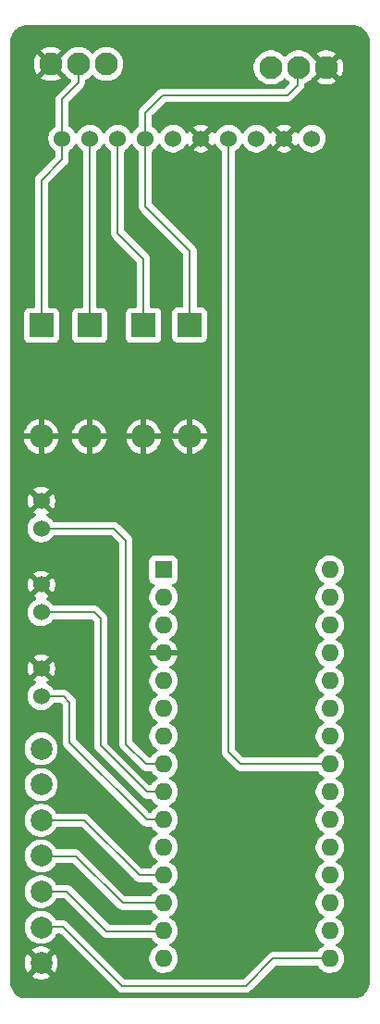
<source format=gbr>
%TF.GenerationSoftware,KiCad,Pcbnew,9.0.3*%
%TF.CreationDate,2025-09-22T17:12:55+10:00*%
%TF.ProjectId,BiasMeter_InputProtection_v3,42696173-4d65-4746-9572-5f496e707574,v3*%
%TF.SameCoordinates,Original*%
%TF.FileFunction,Copper,L1,Top*%
%TF.FilePolarity,Positive*%
%FSLAX46Y46*%
G04 Gerber Fmt 4.6, Leading zero omitted, Abs format (unit mm)*
G04 Created by KiCad (PCBNEW 9.0.3) date 2025-09-22 17:12:55*
%MOMM*%
%LPD*%
G01*
G04 APERTURE LIST*
%TA.AperFunction,ComponentPad*%
%ADD10R,2.200000X2.200000*%
%TD*%
%TA.AperFunction,ComponentPad*%
%ADD11O,2.200000X2.200000*%
%TD*%
%TA.AperFunction,ComponentPad*%
%ADD12C,2.000000*%
%TD*%
%TA.AperFunction,ComponentPad*%
%ADD13C,1.524000*%
%TD*%
%TA.AperFunction,ComponentPad*%
%ADD14C,2.100000*%
%TD*%
%TA.AperFunction,ComponentPad*%
%ADD15R,1.600000X1.600000*%
%TD*%
%TA.AperFunction,ComponentPad*%
%ADD16O,1.600000X1.600000*%
%TD*%
%TA.AperFunction,Conductor*%
%ADD17C,0.200000*%
%TD*%
G04 APERTURE END LIST*
D10*
%TO.P,DZA0,1,K*%
%TO.N,Net-(A1-Pin_2)*%
X118400000Y-86400000D03*
D11*
%TO.P,DZA0,2,A*%
%TO.N,GND*%
X118400000Y-96560000D03*
%TD*%
D12*
%TO.P,O6,1,Pin_1*%
%TO.N,Net-(A0-D8)*%
X104800000Y-128410000D03*
%TD*%
D13*
%TO.P,SW2,1*%
%TO.N,Net-(A0-D6)*%
X104800000Y-112675000D03*
%TO.P,SW2,2*%
%TO.N,GND*%
X104820000Y-110135000D03*
%TD*%
%TO.P,SW3,1*%
%TO.N,Net-(A0-D7)*%
X104800000Y-120340000D03*
%TO.P,SW3,2*%
%TO.N,GND*%
X104820000Y-117800000D03*
%TD*%
D10*
%TO.P,DZA3,1,K*%
%TO.N,Net-(B1-Pin_2)*%
X104820000Y-86430000D03*
D11*
%TO.P,DZA3,2,A*%
%TO.N,GND*%
X104820000Y-96590000D03*
%TD*%
D14*
%TO.P,A1,1,Pin_1*%
%TO.N,Net-(A1-Pin_1)*%
X125815000Y-62825000D03*
%TO.P,A1,2,Pin_2*%
%TO.N,Net-(A1-Pin_2)*%
X128355000Y-62825000D03*
%TO.P,A1,3,Pin_3*%
%TO.N,GND*%
X130895000Y-62825000D03*
%TD*%
D15*
%TO.P,A0,1,D1/TX*%
%TO.N,unconnected-(A0-D1{slash}TX-Pad1)*%
X116000000Y-108780000D03*
D16*
%TO.P,A0,2,D0/RX*%
%TO.N,unconnected-(A0-D0{slash}RX-Pad2)*%
X116000000Y-111320000D03*
%TO.P,A0,3,~{RESET}*%
%TO.N,unconnected-(A0-~{RESET}-Pad3)*%
X116000000Y-113860000D03*
%TO.P,A0,4,GND*%
%TO.N,GND*%
X116000000Y-116400000D03*
%TO.P,A0,5,D2*%
%TO.N,unconnected-(A0-D2-Pad5)*%
X116000000Y-118940000D03*
%TO.P,A0,6,D3*%
%TO.N,unconnected-(A0-D3-Pad6)*%
X116000000Y-121480000D03*
%TO.P,A0,7,D4*%
%TO.N,unconnected-(A0-D4-Pad7)*%
X116000000Y-124020000D03*
%TO.P,A0,8,D5*%
%TO.N,Net-(A0-D5)*%
X116000000Y-126560000D03*
%TO.P,A0,9,D6*%
%TO.N,Net-(A0-D6)*%
X116000000Y-129100000D03*
%TO.P,A0,10,D7*%
%TO.N,Net-(A0-D7)*%
X116000000Y-131640000D03*
%TO.P,A0,11,D8*%
%TO.N,Net-(A0-D8)*%
X116000000Y-134180000D03*
%TO.P,A0,12,D9*%
%TO.N,Net-(A0-D9)*%
X116000000Y-136720000D03*
%TO.P,A0,13,D10*%
%TO.N,Net-(A0-D10)*%
X116000000Y-139260000D03*
%TO.P,A0,14,D11*%
%TO.N,Net-(A0-D11)*%
X116000000Y-141800000D03*
%TO.P,A0,15,D12*%
%TO.N,unconnected-(A0-D12-Pad15)*%
X116000000Y-144340000D03*
%TO.P,A0,16,D13*%
%TO.N,Net-(A0-D13)*%
X131240000Y-144340000D03*
%TO.P,A0,17,3V3*%
%TO.N,unconnected-(A0-3V3-Pad17)*%
X131240000Y-141800000D03*
%TO.P,A0,18,AREF*%
%TO.N,unconnected-(A0-AREF-Pad18)*%
X131240000Y-139260000D03*
%TO.P,A0,19,A0*%
%TO.N,unconnected-(A0-A0-Pad19)*%
X131240000Y-136720000D03*
%TO.P,A0,20,A1*%
%TO.N,unconnected-(A0-A1-Pad20)*%
X131240000Y-134180000D03*
%TO.P,A0,21,A2*%
%TO.N,unconnected-(A0-A2-Pad21)*%
X131240000Y-131640000D03*
%TO.P,A0,22,A3*%
%TO.N,unconnected-(A0-A3-Pad22)*%
X131240000Y-129100000D03*
%TO.P,A0,23,A4*%
%TO.N,Net-(A0-A4)*%
X131240000Y-126560000D03*
%TO.P,A0,24,A5*%
%TO.N,Net-(A0-A5)*%
X131240000Y-124020000D03*
%TO.P,A0,25,A6*%
%TO.N,unconnected-(A0-A6-Pad25)*%
X131240000Y-121480000D03*
%TO.P,A0,26,A7*%
%TO.N,unconnected-(A0-A7-Pad26)*%
X131240000Y-118940000D03*
%TO.P,A0,27,+5V*%
%TO.N,5v*%
X131240000Y-116400000D03*
%TO.P,A0,28,~{RESET}*%
%TO.N,unconnected-(A0-~{RESET}-Pad28)*%
X131240000Y-113860000D03*
%TO.P,A0,29,GND*%
%TO.N,unconnected-(A0-GND-Pad29)*%
X131240000Y-111320000D03*
%TO.P,A0,30,VIN*%
%TO.N,unconnected-(A0-VIN-Pad30)*%
X131240000Y-108780000D03*
%TD*%
D12*
%TO.P,O2,1,Pin_1*%
%TO.N,Net-(A0-D13)*%
X104800000Y-141470000D03*
%TD*%
D13*
%TO.P,SW1,1*%
%TO.N,Net-(A0-D5)*%
X104800000Y-105010000D03*
%TO.P,SW1,2*%
%TO.N,GND*%
X104820000Y-102470000D03*
%TD*%
D12*
%TO.P,O5,1,Pin_1*%
%TO.N,Net-(A0-D9)*%
X104800000Y-131675000D03*
%TD*%
D14*
%TO.P,B1,1,Pin_1*%
%TO.N,GND*%
X105690000Y-62530000D03*
%TO.P,B1,2,Pin_2*%
%TO.N,Net-(B1-Pin_2)*%
X108230000Y-62530000D03*
%TO.P,B1,3,Pin_3*%
%TO.N,Net-(B1-Pin_3)*%
X110770000Y-62530000D03*
%TD*%
D12*
%TO.P,O3,1,Pin_1*%
%TO.N,Net-(A0-D11)*%
X104800000Y-138205000D03*
%TD*%
D13*
%TO.P,U1,1,ADDR*%
%TO.N,GND*%
X119425000Y-69339500D03*
%TO.P,U1,2,ALERT/RDY*%
%TO.N,unconnected-(U1-ALERT{slash}RDY-Pad2)*%
X116885000Y-69339500D03*
%TO.P,U1,3,GND*%
%TO.N,GND*%
X127045000Y-69339500D03*
%TO.P,U1,4,AIN0*%
%TO.N,Net-(A1-Pin_2)*%
X114345000Y-69339500D03*
%TO.P,U1,5,AIN1*%
%TO.N,Net-(A1-Pin_1)*%
X111805000Y-69339500D03*
%TO.P,U1,6,AIN2*%
%TO.N,Net-(B1-Pin_3)*%
X109265000Y-69339500D03*
%TO.P,U1,7,AIN3*%
%TO.N,Net-(B1-Pin_2)*%
X106725000Y-69339500D03*
%TO.P,U1,8,VDD*%
%TO.N,5v*%
X129585000Y-69339500D03*
%TO.P,U1,9,SDA*%
%TO.N,Net-(A0-A4)*%
X121965000Y-69339500D03*
%TO.P,U1,10,SCL*%
%TO.N,Net-(A0-A5)*%
X124505000Y-69339500D03*
%TD*%
D12*
%TO.P,O4,1,Pin_1*%
%TO.N,Net-(A0-D10)*%
X104800000Y-134940000D03*
%TD*%
D10*
%TO.P,DZA1,1,K*%
%TO.N,Net-(A1-Pin_1)*%
X114180000Y-86430000D03*
D11*
%TO.P,DZA1,2,A*%
%TO.N,GND*%
X114180000Y-96590000D03*
%TD*%
D10*
%TO.P,DZA2,1,K*%
%TO.N,Net-(B1-Pin_3)*%
X109235000Y-86430000D03*
D11*
%TO.P,DZA2,2,A*%
%TO.N,GND*%
X109235000Y-96590000D03*
%TD*%
D12*
%TO.P,O7,1,Pin_1*%
%TO.N,5v*%
X104800000Y-125145000D03*
%TD*%
%TO.P,O1,1,Pin_1*%
%TO.N,GND*%
X104800000Y-144735000D03*
%TD*%
D17*
%TO.N,Net-(A0-D9)*%
X108745000Y-131675000D02*
X113790000Y-136720000D01*
X113790000Y-136720000D02*
X116000000Y-136720000D01*
X104800000Y-131675000D02*
X108745000Y-131675000D01*
%TO.N,Net-(A0-D11)*%
X115975000Y-141825000D02*
X110770000Y-141825000D01*
X110770000Y-141825000D02*
X107150000Y-138205000D01*
X107150000Y-138205000D02*
X104800000Y-138205000D01*
%TO.N,Net-(A0-A4)*%
X131240000Y-126560000D02*
X123075000Y-126560000D01*
X121950000Y-69354500D02*
X121965000Y-69339500D01*
X121950000Y-125435000D02*
X121950000Y-69354500D01*
X123075000Y-126560000D02*
X121950000Y-125435000D01*
%TO.N,Net-(A0-D5)*%
X114420000Y-126565000D02*
X112560000Y-124705000D01*
X116000000Y-126560000D02*
X115995000Y-126565000D01*
X111447834Y-105010000D02*
X104900000Y-105010000D01*
X112560000Y-124705000D02*
X112560000Y-106122166D01*
X115995000Y-126565000D02*
X114420000Y-126565000D01*
X112560000Y-106122166D02*
X111447834Y-105010000D01*
%TO.N,Net-(A0-D7)*%
X116000000Y-131640000D02*
X114475000Y-131640000D01*
X107390000Y-120895000D02*
X106835000Y-120340000D01*
X106835000Y-120340000D02*
X104800000Y-120340000D01*
X114475000Y-131640000D02*
X107390000Y-124555000D01*
X107390000Y-124555000D02*
X107390000Y-120895000D01*
%TO.N,Net-(A0-D13)*%
X104800000Y-141470000D02*
X104820000Y-141450000D01*
X106830000Y-141450000D02*
X112230000Y-146850000D01*
X123535000Y-146850000D02*
X126045000Y-144340000D01*
X112230000Y-146850000D02*
X123535000Y-146850000D01*
X126045000Y-144340000D02*
X131240000Y-144340000D01*
X104820000Y-141450000D02*
X106830000Y-141450000D01*
%TO.N,Net-(A0-D10)*%
X104810000Y-134950000D02*
X107945000Y-134950000D01*
X112255000Y-139260000D02*
X116000000Y-139260000D01*
X107945000Y-134950000D02*
X112255000Y-139260000D01*
X104800000Y-134940000D02*
X104810000Y-134950000D01*
%TO.N,Net-(A0-D6)*%
X110250000Y-113225000D02*
X109700000Y-112675000D01*
X109700000Y-112675000D02*
X104800000Y-112675000D01*
X110250000Y-124840000D02*
X110250000Y-113225000D01*
X114510000Y-129100000D02*
X110250000Y-124840000D01*
X116000000Y-129100000D02*
X114510000Y-129100000D01*
%TO.N,Net-(A1-Pin_2)*%
X114345000Y-75540000D02*
X114345000Y-69339500D01*
X114330000Y-69324500D02*
X114345000Y-69339500D01*
X118430000Y-79625000D02*
X114345000Y-75540000D01*
X128291995Y-62888005D02*
X128291995Y-64423005D01*
X114330000Y-66980000D02*
X114330000Y-69324500D01*
X118430000Y-86645000D02*
X118430000Y-79625000D01*
X127355000Y-65360000D02*
X115950000Y-65360000D01*
X115950000Y-65360000D02*
X114330000Y-66980000D01*
X128355000Y-62825000D02*
X128291995Y-62888005D01*
X128291995Y-64423005D02*
X127355000Y-65360000D01*
%TO.N,Net-(A1-Pin_1)*%
X111805000Y-78005000D02*
X111805000Y-69339500D01*
X114180000Y-86430000D02*
X114180000Y-80380000D01*
X114180000Y-80380000D02*
X111805000Y-78005000D01*
%TO.N,Net-(B1-Pin_2)*%
X106725000Y-71250000D02*
X106725000Y-69339500D01*
X104820000Y-73155000D02*
X106725000Y-71250000D01*
X108210000Y-62610000D02*
X108210000Y-64240000D01*
X106725000Y-65725000D02*
X106725000Y-69339500D01*
X108210000Y-64240000D02*
X106725000Y-65725000D01*
X104820000Y-86430000D02*
X104820000Y-73155000D01*
X108275000Y-62545000D02*
X108210000Y-62610000D01*
%TO.N,Net-(B1-Pin_3)*%
X109235000Y-86470000D02*
X109235000Y-69369500D01*
%TD*%
%TA.AperFunction,Conductor*%
%TO.N,GND*%
G36*
X133394418Y-58985816D02*
G01*
X133594561Y-59000130D01*
X133612063Y-59002647D01*
X133803797Y-59044355D01*
X133820755Y-59049334D01*
X134004609Y-59117909D01*
X134020701Y-59125259D01*
X134192904Y-59219288D01*
X134207784Y-59228849D01*
X134364867Y-59346441D01*
X134378237Y-59358027D01*
X134516972Y-59496762D01*
X134528558Y-59510132D01*
X134646146Y-59667210D01*
X134655711Y-59682095D01*
X134749740Y-59854298D01*
X134757090Y-59870390D01*
X134825662Y-60054236D01*
X134830646Y-60071212D01*
X134872351Y-60262931D01*
X134874869Y-60280442D01*
X134889184Y-60480580D01*
X134889500Y-60489427D01*
X134889500Y-146480572D01*
X134889184Y-146489419D01*
X134874869Y-146689557D01*
X134872351Y-146707068D01*
X134830646Y-146898787D01*
X134825662Y-146915763D01*
X134757090Y-147099609D01*
X134749740Y-147115701D01*
X134655711Y-147287904D01*
X134646146Y-147302789D01*
X134528558Y-147459867D01*
X134516972Y-147473237D01*
X134378237Y-147611972D01*
X134364867Y-147623558D01*
X134207789Y-147741146D01*
X134192904Y-147750711D01*
X134020701Y-147844740D01*
X134004609Y-147852090D01*
X133820763Y-147920662D01*
X133803787Y-147925646D01*
X133612068Y-147967351D01*
X133594557Y-147969869D01*
X133413779Y-147982799D01*
X133394417Y-147984184D01*
X133385572Y-147984500D01*
X103464428Y-147984500D01*
X103455582Y-147984184D01*
X103433622Y-147982613D01*
X103255442Y-147969869D01*
X103237931Y-147967351D01*
X103046212Y-147925646D01*
X103029236Y-147920662D01*
X102845390Y-147852090D01*
X102829298Y-147844740D01*
X102657095Y-147750711D01*
X102642210Y-147741146D01*
X102485132Y-147623558D01*
X102471762Y-147611972D01*
X102333027Y-147473237D01*
X102321441Y-147459867D01*
X102283794Y-147409577D01*
X102203849Y-147302784D01*
X102194288Y-147287904D01*
X102100259Y-147115701D01*
X102092909Y-147099609D01*
X102032091Y-146936551D01*
X102024334Y-146915755D01*
X102019355Y-146898797D01*
X101977647Y-146707063D01*
X101975130Y-146689556D01*
X101960816Y-146489418D01*
X101960500Y-146480572D01*
X101960500Y-144616947D01*
X103300000Y-144616947D01*
X103300000Y-144853052D01*
X103336934Y-145086247D01*
X103409897Y-145310802D01*
X103517087Y-145521174D01*
X103577338Y-145604104D01*
X103577340Y-145604105D01*
X104317037Y-144864408D01*
X104334075Y-144927993D01*
X104399901Y-145042007D01*
X104492993Y-145135099D01*
X104607007Y-145200925D01*
X104670590Y-145217962D01*
X103930893Y-145957658D01*
X104013828Y-146017914D01*
X104224197Y-146125102D01*
X104448752Y-146198065D01*
X104448751Y-146198065D01*
X104681948Y-146235000D01*
X104918052Y-146235000D01*
X105151247Y-146198065D01*
X105375802Y-146125102D01*
X105586163Y-146017918D01*
X105586169Y-146017914D01*
X105669104Y-145957658D01*
X105669105Y-145957658D01*
X104929408Y-145217962D01*
X104992993Y-145200925D01*
X105107007Y-145135099D01*
X105200099Y-145042007D01*
X105265925Y-144927993D01*
X105282962Y-144864409D01*
X106022658Y-145604105D01*
X106022658Y-145604104D01*
X106082914Y-145521169D01*
X106082918Y-145521163D01*
X106190102Y-145310802D01*
X106263065Y-145086247D01*
X106300000Y-144853052D01*
X106300000Y-144616947D01*
X106263065Y-144383752D01*
X106190102Y-144159197D01*
X106082914Y-143948828D01*
X106022658Y-143865894D01*
X106022658Y-143865893D01*
X105282962Y-144605590D01*
X105265925Y-144542007D01*
X105200099Y-144427993D01*
X105107007Y-144334901D01*
X104992993Y-144269075D01*
X104929409Y-144252037D01*
X105669105Y-143512340D01*
X105669104Y-143512338D01*
X105586174Y-143452087D01*
X105375802Y-143344897D01*
X105151247Y-143271934D01*
X105151248Y-143271934D01*
X104918052Y-143235000D01*
X104681948Y-143235000D01*
X104448752Y-143271934D01*
X104224197Y-143344897D01*
X104013830Y-143452084D01*
X103930894Y-143512340D01*
X104670591Y-144252037D01*
X104607007Y-144269075D01*
X104492993Y-144334901D01*
X104399901Y-144427993D01*
X104334075Y-144542007D01*
X104317037Y-144605591D01*
X103577340Y-143865894D01*
X103517084Y-143948830D01*
X103409897Y-144159197D01*
X103336934Y-144383752D01*
X103300000Y-144616947D01*
X101960500Y-144616947D01*
X101960500Y-131556902D01*
X103299500Y-131556902D01*
X103299500Y-131793097D01*
X103336446Y-132026368D01*
X103409433Y-132250996D01*
X103516657Y-132461433D01*
X103655483Y-132652510D01*
X103822490Y-132819517D01*
X104013567Y-132958343D01*
X104112991Y-133009002D01*
X104224003Y-133065566D01*
X104224005Y-133065566D01*
X104224008Y-133065568D01*
X104344412Y-133104689D01*
X104448631Y-133138553D01*
X104681903Y-133175500D01*
X104681908Y-133175500D01*
X104918097Y-133175500D01*
X105151368Y-133138553D01*
X105375992Y-133065568D01*
X105586433Y-132958343D01*
X105777510Y-132819517D01*
X105944517Y-132652510D01*
X106083343Y-132461433D01*
X106143583Y-132343204D01*
X106191558Y-132292409D01*
X106254068Y-132275500D01*
X108444903Y-132275500D01*
X108511942Y-132295185D01*
X108532584Y-132311819D01*
X113305139Y-137084374D01*
X113305149Y-137084385D01*
X113309479Y-137088715D01*
X113309480Y-137088716D01*
X113421284Y-137200520D01*
X113421286Y-137200521D01*
X113421290Y-137200524D01*
X113558209Y-137279573D01*
X113558216Y-137279577D01*
X113670019Y-137309534D01*
X113710942Y-137320500D01*
X113710943Y-137320500D01*
X114770398Y-137320500D01*
X114837437Y-137340185D01*
X114880883Y-137388205D01*
X114887715Y-137401614D01*
X115008028Y-137567213D01*
X115152786Y-137711971D01*
X115307749Y-137824556D01*
X115318390Y-137832287D01*
X115409840Y-137878883D01*
X115411080Y-137879515D01*
X115461876Y-137927490D01*
X115478671Y-137995311D01*
X115456134Y-138061446D01*
X115411080Y-138100485D01*
X115318386Y-138147715D01*
X115152786Y-138268028D01*
X115008028Y-138412786D01*
X114887715Y-138578385D01*
X114880883Y-138591795D01*
X114832909Y-138642591D01*
X114770398Y-138659500D01*
X112555097Y-138659500D01*
X112488058Y-138639815D01*
X112467416Y-138623181D01*
X108432590Y-134588355D01*
X108432588Y-134588352D01*
X108313717Y-134469481D01*
X108313716Y-134469480D01*
X108226904Y-134419360D01*
X108226904Y-134419359D01*
X108226900Y-134419358D01*
X108176785Y-134390423D01*
X108024057Y-134349499D01*
X107865943Y-134349499D01*
X107858347Y-134349499D01*
X107858331Y-134349500D01*
X106259163Y-134349500D01*
X106192124Y-134329815D01*
X106148679Y-134281796D01*
X106083343Y-134153567D01*
X105944517Y-133962490D01*
X105777510Y-133795483D01*
X105586433Y-133656657D01*
X105375996Y-133549433D01*
X105151368Y-133476446D01*
X104918097Y-133439500D01*
X104918092Y-133439500D01*
X104681908Y-133439500D01*
X104681903Y-133439500D01*
X104448631Y-133476446D01*
X104224003Y-133549433D01*
X104013566Y-133656657D01*
X103980363Y-133680781D01*
X103822490Y-133795483D01*
X103822488Y-133795485D01*
X103822487Y-133795485D01*
X103655485Y-133962487D01*
X103655485Y-133962488D01*
X103655483Y-133962490D01*
X103595862Y-134044550D01*
X103516657Y-134153566D01*
X103409433Y-134364003D01*
X103336446Y-134588631D01*
X103299500Y-134821902D01*
X103299500Y-135058097D01*
X103336446Y-135291368D01*
X103409433Y-135515996D01*
X103456166Y-135607713D01*
X103516657Y-135726433D01*
X103655483Y-135917510D01*
X103822490Y-136084517D01*
X104013567Y-136223343D01*
X104112991Y-136274002D01*
X104224003Y-136330566D01*
X104224005Y-136330566D01*
X104224008Y-136330568D01*
X104344412Y-136369689D01*
X104448631Y-136403553D01*
X104681903Y-136440500D01*
X104681908Y-136440500D01*
X104918097Y-136440500D01*
X105151368Y-136403553D01*
X105375992Y-136330568D01*
X105586433Y-136223343D01*
X105777510Y-136084517D01*
X105944517Y-135917510D01*
X106083343Y-135726433D01*
X106138488Y-135618205D01*
X106186463Y-135567409D01*
X106248973Y-135550500D01*
X107644903Y-135550500D01*
X107711942Y-135570185D01*
X107732584Y-135586819D01*
X111770139Y-139624374D01*
X111770149Y-139624385D01*
X111774479Y-139628715D01*
X111774480Y-139628716D01*
X111886284Y-139740520D01*
X111886286Y-139740521D01*
X111886290Y-139740524D01*
X112023209Y-139819573D01*
X112023216Y-139819577D01*
X112135019Y-139849534D01*
X112175942Y-139860500D01*
X112175943Y-139860500D01*
X114770398Y-139860500D01*
X114837437Y-139880185D01*
X114880883Y-139928205D01*
X114887715Y-139941614D01*
X115008028Y-140107213D01*
X115152786Y-140251971D01*
X115307749Y-140364556D01*
X115318390Y-140372287D01*
X115409840Y-140418883D01*
X115411080Y-140419515D01*
X115461876Y-140467490D01*
X115478671Y-140535311D01*
X115456134Y-140601446D01*
X115411080Y-140640485D01*
X115318386Y-140687715D01*
X115152786Y-140808028D01*
X115008028Y-140952786D01*
X114887713Y-141118388D01*
X114868145Y-141156794D01*
X114820171Y-141207591D01*
X114757660Y-141224500D01*
X111070097Y-141224500D01*
X111003058Y-141204815D01*
X110982416Y-141188181D01*
X107637590Y-137843355D01*
X107637588Y-137843352D01*
X107518717Y-137724481D01*
X107518716Y-137724480D01*
X107431904Y-137674360D01*
X107431904Y-137674359D01*
X107431900Y-137674358D01*
X107381785Y-137645423D01*
X107229057Y-137604499D01*
X107070943Y-137604499D01*
X107063347Y-137604499D01*
X107063331Y-137604500D01*
X106254068Y-137604500D01*
X106187029Y-137584815D01*
X106143583Y-137536795D01*
X106083342Y-137418566D01*
X105944517Y-137227490D01*
X105777510Y-137060483D01*
X105586433Y-136921657D01*
X105375996Y-136814433D01*
X105151368Y-136741446D01*
X104918097Y-136704500D01*
X104918092Y-136704500D01*
X104681908Y-136704500D01*
X104681903Y-136704500D01*
X104448631Y-136741446D01*
X104224003Y-136814433D01*
X104013566Y-136921657D01*
X103904550Y-137000862D01*
X103822490Y-137060483D01*
X103822488Y-137060485D01*
X103822487Y-137060485D01*
X103655485Y-137227487D01*
X103655485Y-137227488D01*
X103655483Y-137227490D01*
X103595878Y-137309529D01*
X103516657Y-137418566D01*
X103409433Y-137629003D01*
X103336446Y-137853631D01*
X103299500Y-138086902D01*
X103299500Y-138323097D01*
X103336446Y-138556368D01*
X103409433Y-138780996D01*
X103498330Y-138955465D01*
X103516657Y-138991433D01*
X103655483Y-139182510D01*
X103822490Y-139349517D01*
X104013567Y-139488343D01*
X104112991Y-139539002D01*
X104224003Y-139595566D01*
X104224005Y-139595566D01*
X104224008Y-139595568D01*
X104326027Y-139628716D01*
X104448631Y-139668553D01*
X104681903Y-139705500D01*
X104681908Y-139705500D01*
X104918097Y-139705500D01*
X105151368Y-139668553D01*
X105375992Y-139595568D01*
X105586433Y-139488343D01*
X105777510Y-139349517D01*
X105944517Y-139182510D01*
X106083343Y-138991433D01*
X106143583Y-138873204D01*
X106191558Y-138822409D01*
X106254068Y-138805500D01*
X106849903Y-138805500D01*
X106916942Y-138825185D01*
X106937584Y-138841819D01*
X110285139Y-142189374D01*
X110285149Y-142189385D01*
X110289479Y-142193715D01*
X110289480Y-142193716D01*
X110401284Y-142305520D01*
X110488095Y-142355639D01*
X110488097Y-142355641D01*
X110526151Y-142377611D01*
X110538215Y-142384577D01*
X110690943Y-142425500D01*
X110849057Y-142425500D01*
X114783885Y-142425500D01*
X114850924Y-142445185D01*
X114883606Y-142478571D01*
X114884849Y-142477669D01*
X115008028Y-142647213D01*
X115152786Y-142791971D01*
X115247204Y-142860568D01*
X115318390Y-142912287D01*
X115409840Y-142958883D01*
X115411080Y-142959515D01*
X115461876Y-143007490D01*
X115478671Y-143075311D01*
X115456134Y-143141446D01*
X115411080Y-143180485D01*
X115318386Y-143227715D01*
X115152786Y-143348028D01*
X115008028Y-143492786D01*
X114887715Y-143658386D01*
X114794781Y-143840776D01*
X114731522Y-144035465D01*
X114699500Y-144237648D01*
X114699500Y-144442351D01*
X114731522Y-144644534D01*
X114794781Y-144839223D01*
X114887715Y-145021613D01*
X115008028Y-145187213D01*
X115152786Y-145331971D01*
X115307749Y-145444556D01*
X115318390Y-145452287D01*
X115434607Y-145511503D01*
X115500776Y-145545218D01*
X115500778Y-145545218D01*
X115500781Y-145545220D01*
X115605137Y-145579127D01*
X115695465Y-145608477D01*
X115796557Y-145624488D01*
X115897648Y-145640500D01*
X115897649Y-145640500D01*
X116102351Y-145640500D01*
X116102352Y-145640500D01*
X116304534Y-145608477D01*
X116499219Y-145545220D01*
X116681610Y-145452287D01*
X116774590Y-145384732D01*
X116847213Y-145331971D01*
X116847215Y-145331968D01*
X116847219Y-145331966D01*
X116991966Y-145187219D01*
X116991968Y-145187215D01*
X116991971Y-145187213D01*
X117065326Y-145086247D01*
X117112287Y-145021610D01*
X117205220Y-144839219D01*
X117268477Y-144644534D01*
X117300500Y-144442352D01*
X117300500Y-144237648D01*
X117268477Y-144035466D01*
X117205220Y-143840781D01*
X117205218Y-143840778D01*
X117205218Y-143840776D01*
X117171503Y-143774607D01*
X117112287Y-143658390D01*
X117104556Y-143647749D01*
X116991971Y-143492786D01*
X116847213Y-143348028D01*
X116681614Y-143227715D01*
X116675006Y-143224348D01*
X116588917Y-143180483D01*
X116538123Y-143132511D01*
X116521328Y-143064690D01*
X116543865Y-142998555D01*
X116588917Y-142959516D01*
X116681610Y-142912287D01*
X116752796Y-142860568D01*
X116847213Y-142791971D01*
X116847215Y-142791968D01*
X116847219Y-142791966D01*
X116991966Y-142647219D01*
X116991968Y-142647215D01*
X116991971Y-142647213D01*
X117044732Y-142574590D01*
X117112287Y-142481610D01*
X117205220Y-142299219D01*
X117268477Y-142104534D01*
X117300500Y-141902352D01*
X117300500Y-141697648D01*
X117268477Y-141495466D01*
X117205220Y-141300781D01*
X117205218Y-141300778D01*
X117205218Y-141300776D01*
X117147847Y-141188181D01*
X117112287Y-141118390D01*
X117104556Y-141107749D01*
X116991971Y-140952786D01*
X116847213Y-140808028D01*
X116681614Y-140687715D01*
X116673471Y-140683566D01*
X116588917Y-140640483D01*
X116538123Y-140592511D01*
X116521328Y-140524690D01*
X116543865Y-140458555D01*
X116588917Y-140419516D01*
X116681610Y-140372287D01*
X116746031Y-140325483D01*
X116847213Y-140251971D01*
X116847215Y-140251968D01*
X116847219Y-140251966D01*
X116991966Y-140107219D01*
X116991968Y-140107215D01*
X116991971Y-140107213D01*
X117044732Y-140034590D01*
X117112287Y-139941610D01*
X117205220Y-139759219D01*
X117268477Y-139564534D01*
X117300500Y-139362352D01*
X117300500Y-139157648D01*
X117268477Y-138955466D01*
X117205220Y-138760781D01*
X117205218Y-138760778D01*
X117205218Y-138760776D01*
X117171503Y-138694607D01*
X117112287Y-138578390D01*
X117096287Y-138556368D01*
X116991971Y-138412786D01*
X116847213Y-138268028D01*
X116681614Y-138147715D01*
X116675006Y-138144348D01*
X116588917Y-138100483D01*
X116538123Y-138052511D01*
X116521328Y-137984690D01*
X116543865Y-137918555D01*
X116588917Y-137879516D01*
X116681610Y-137832287D01*
X116702770Y-137816913D01*
X116847213Y-137711971D01*
X116847215Y-137711968D01*
X116847219Y-137711966D01*
X116991966Y-137567219D01*
X116991968Y-137567215D01*
X116991971Y-137567213D01*
X117044732Y-137494590D01*
X117112287Y-137401610D01*
X117205220Y-137219219D01*
X117268477Y-137024534D01*
X117300500Y-136822352D01*
X117300500Y-136617648D01*
X117268477Y-136415466D01*
X117264606Y-136403553D01*
X117205218Y-136220776D01*
X117171503Y-136154607D01*
X117112287Y-136038390D01*
X117104556Y-136027749D01*
X116991971Y-135872786D01*
X116847213Y-135728028D01*
X116681614Y-135607715D01*
X116607957Y-135570185D01*
X116588917Y-135560483D01*
X116538123Y-135512511D01*
X116521328Y-135444690D01*
X116543865Y-135378555D01*
X116588917Y-135339516D01*
X116681610Y-135292287D01*
X116702770Y-135276913D01*
X116847213Y-135171971D01*
X116847215Y-135171968D01*
X116847219Y-135171966D01*
X116991966Y-135027219D01*
X116991968Y-135027215D01*
X116991971Y-135027213D01*
X117044732Y-134954590D01*
X117112287Y-134861610D01*
X117205220Y-134679219D01*
X117268477Y-134484534D01*
X117300500Y-134282352D01*
X117300500Y-134077648D01*
X117268477Y-133875465D01*
X117205218Y-133680776D01*
X117171503Y-133614607D01*
X117112287Y-133498390D01*
X117096344Y-133476446D01*
X116991971Y-133332786D01*
X116847213Y-133188028D01*
X116681614Y-133067715D01*
X116675006Y-133064348D01*
X116588917Y-133020483D01*
X116538123Y-132972511D01*
X116521328Y-132904690D01*
X116543865Y-132838555D01*
X116588917Y-132799516D01*
X116681610Y-132752287D01*
X116818940Y-132652512D01*
X116847213Y-132631971D01*
X116847215Y-132631968D01*
X116847219Y-132631966D01*
X116991966Y-132487219D01*
X116991968Y-132487215D01*
X116991971Y-132487213D01*
X117096597Y-132343205D01*
X117112287Y-132321610D01*
X117205220Y-132139219D01*
X117268477Y-131944534D01*
X117300500Y-131742352D01*
X117300500Y-131537648D01*
X117268477Y-131335466D01*
X117205220Y-131140781D01*
X117205218Y-131140778D01*
X117205218Y-131140776D01*
X117161418Y-131054815D01*
X117112287Y-130958390D01*
X117104556Y-130947749D01*
X116991971Y-130792786D01*
X116847213Y-130648028D01*
X116681614Y-130527715D01*
X116675006Y-130524348D01*
X116588917Y-130480483D01*
X116538123Y-130432511D01*
X116521328Y-130364690D01*
X116543865Y-130298555D01*
X116588917Y-130259516D01*
X116681610Y-130212287D01*
X116733620Y-130174500D01*
X116847213Y-130091971D01*
X116847215Y-130091968D01*
X116847219Y-130091966D01*
X116991966Y-129947219D01*
X116991968Y-129947215D01*
X116991971Y-129947213D01*
X117098513Y-129800568D01*
X117112287Y-129781610D01*
X117205220Y-129599219D01*
X117268477Y-129404534D01*
X117300500Y-129202352D01*
X117300500Y-128997648D01*
X117268477Y-128795466D01*
X117205220Y-128600781D01*
X117205218Y-128600778D01*
X117205218Y-128600776D01*
X117168183Y-128528092D01*
X117112287Y-128418390D01*
X117104556Y-128407749D01*
X116991971Y-128252786D01*
X116847213Y-128108028D01*
X116681614Y-127987715D01*
X116675006Y-127984348D01*
X116588917Y-127940483D01*
X116538123Y-127892511D01*
X116521328Y-127824690D01*
X116543865Y-127758555D01*
X116588917Y-127719516D01*
X116681610Y-127672287D01*
X116748668Y-127623567D01*
X116847213Y-127551971D01*
X116847215Y-127551968D01*
X116847219Y-127551966D01*
X116991966Y-127407219D01*
X116991968Y-127407215D01*
X116991971Y-127407213D01*
X117044732Y-127334590D01*
X117112287Y-127241610D01*
X117205220Y-127059219D01*
X117268477Y-126864534D01*
X117300500Y-126662352D01*
X117300500Y-126457648D01*
X117268477Y-126255466D01*
X117205220Y-126060781D01*
X117205218Y-126060778D01*
X117205218Y-126060776D01*
X117156162Y-125964500D01*
X117112287Y-125878390D01*
X117104556Y-125867749D01*
X116991971Y-125712786D01*
X116847213Y-125568028D01*
X116681614Y-125447715D01*
X116675006Y-125444348D01*
X116588917Y-125400483D01*
X116538123Y-125352511D01*
X116521328Y-125284690D01*
X116543865Y-125218555D01*
X116588917Y-125179516D01*
X116681610Y-125132287D01*
X116702770Y-125116913D01*
X116847213Y-125011971D01*
X116847215Y-125011968D01*
X116847219Y-125011966D01*
X116991966Y-124867219D01*
X116991968Y-124867215D01*
X116991971Y-124867213D01*
X117074697Y-124753348D01*
X117112287Y-124701610D01*
X117205220Y-124519219D01*
X117268477Y-124324534D01*
X117300500Y-124122352D01*
X117300500Y-123917648D01*
X117268477Y-123715466D01*
X117205220Y-123520781D01*
X117205218Y-123520778D01*
X117205218Y-123520776D01*
X117171503Y-123454607D01*
X117112287Y-123338390D01*
X117104556Y-123327749D01*
X116991971Y-123172786D01*
X116847213Y-123028028D01*
X116681614Y-122907715D01*
X116675006Y-122904348D01*
X116588917Y-122860483D01*
X116538123Y-122812511D01*
X116521328Y-122744690D01*
X116543865Y-122678555D01*
X116588917Y-122639516D01*
X116681610Y-122592287D01*
X116702770Y-122576913D01*
X116847213Y-122471971D01*
X116847215Y-122471968D01*
X116847219Y-122471966D01*
X116991966Y-122327219D01*
X116991968Y-122327215D01*
X116991971Y-122327213D01*
X117044732Y-122254590D01*
X117112287Y-122161610D01*
X117205220Y-121979219D01*
X117268477Y-121784534D01*
X117300500Y-121582352D01*
X117300500Y-121377648D01*
X117268477Y-121175466D01*
X117266291Y-121168739D01*
X117212015Y-121001694D01*
X117205220Y-120980781D01*
X117205218Y-120980778D01*
X117205218Y-120980776D01*
X117171503Y-120914607D01*
X117112287Y-120798390D01*
X117104556Y-120787749D01*
X116991971Y-120632786D01*
X116847213Y-120488028D01*
X116681614Y-120367715D01*
X116675006Y-120364348D01*
X116588917Y-120320483D01*
X116538123Y-120272511D01*
X116521328Y-120204690D01*
X116543865Y-120138555D01*
X116588917Y-120099516D01*
X116681610Y-120052287D01*
X116793101Y-119971285D01*
X116847213Y-119931971D01*
X116847215Y-119931968D01*
X116847219Y-119931966D01*
X116991966Y-119787219D01*
X116991968Y-119787215D01*
X116991971Y-119787213D01*
X117071096Y-119678305D01*
X117112287Y-119621610D01*
X117205220Y-119439219D01*
X117268477Y-119244534D01*
X117300500Y-119042352D01*
X117300500Y-118837648D01*
X117268477Y-118635466D01*
X117205220Y-118440781D01*
X117205218Y-118440778D01*
X117205218Y-118440776D01*
X117171503Y-118374607D01*
X117112287Y-118258390D01*
X117104556Y-118247749D01*
X116991971Y-118092786D01*
X116847213Y-117948028D01*
X116681611Y-117827713D01*
X116588369Y-117780203D01*
X116537574Y-117732229D01*
X116520779Y-117664407D01*
X116543317Y-117598273D01*
X116588371Y-117559234D01*
X116681347Y-117511861D01*
X116846894Y-117391582D01*
X116846895Y-117391582D01*
X116991582Y-117246895D01*
X116991582Y-117246894D01*
X117111859Y-117081349D01*
X117204755Y-116899029D01*
X117267990Y-116704413D01*
X117276609Y-116650000D01*
X116433012Y-116650000D01*
X116465925Y-116592993D01*
X116500000Y-116465826D01*
X116500000Y-116334174D01*
X116465925Y-116207007D01*
X116433012Y-116150000D01*
X117276609Y-116150000D01*
X117267990Y-116095586D01*
X117204755Y-115900970D01*
X117111859Y-115718650D01*
X116991582Y-115553105D01*
X116991582Y-115553104D01*
X116846895Y-115408417D01*
X116681349Y-115288140D01*
X116588370Y-115240765D01*
X116537574Y-115192790D01*
X116520779Y-115124969D01*
X116543316Y-115058835D01*
X116588370Y-115019795D01*
X116588920Y-115019515D01*
X116681610Y-114972287D01*
X116702770Y-114956913D01*
X116847213Y-114851971D01*
X116847215Y-114851968D01*
X116847219Y-114851966D01*
X116991966Y-114707219D01*
X116991968Y-114707215D01*
X116991971Y-114707213D01*
X117044732Y-114634590D01*
X117112287Y-114541610D01*
X117205220Y-114359219D01*
X117268477Y-114164534D01*
X117300500Y-113962352D01*
X117300500Y-113757648D01*
X117268477Y-113555466D01*
X117205220Y-113360781D01*
X117205218Y-113360778D01*
X117205218Y-113360776D01*
X117161767Y-113275500D01*
X117112287Y-113178390D01*
X117098659Y-113159632D01*
X116991971Y-113012786D01*
X116847213Y-112868028D01*
X116681614Y-112747715D01*
X116666745Y-112740139D01*
X116588917Y-112700483D01*
X116538123Y-112652511D01*
X116521328Y-112584690D01*
X116543865Y-112518555D01*
X116588917Y-112479516D01*
X116681610Y-112432287D01*
X116754456Y-112379362D01*
X116847213Y-112311971D01*
X116847215Y-112311968D01*
X116847219Y-112311966D01*
X116991966Y-112167219D01*
X116991968Y-112167215D01*
X116991971Y-112167213D01*
X117059330Y-112074499D01*
X117112287Y-112001610D01*
X117205220Y-111819219D01*
X117268477Y-111624534D01*
X117300500Y-111422352D01*
X117300500Y-111217648D01*
X117268477Y-111015466D01*
X117205220Y-110820781D01*
X117205218Y-110820778D01*
X117205218Y-110820776D01*
X117171503Y-110754607D01*
X117112287Y-110638390D01*
X117098517Y-110619437D01*
X116991971Y-110472786D01*
X116847219Y-110328034D01*
X116810930Y-110301669D01*
X116768264Y-110246339D01*
X116762285Y-110176726D01*
X116794890Y-110114931D01*
X116855728Y-110080573D01*
X116870562Y-110078060D01*
X116907483Y-110074091D01*
X116986311Y-110044690D01*
X117042331Y-110023796D01*
X117157546Y-109937546D01*
X117243796Y-109822331D01*
X117294091Y-109687483D01*
X117300500Y-109627873D01*
X117300499Y-107932128D01*
X117294091Y-107872517D01*
X117243796Y-107737669D01*
X117243795Y-107737668D01*
X117243793Y-107737664D01*
X117157547Y-107622455D01*
X117157544Y-107622452D01*
X117042335Y-107536206D01*
X117042328Y-107536202D01*
X116907482Y-107485908D01*
X116907483Y-107485908D01*
X116847883Y-107479501D01*
X116847881Y-107479500D01*
X116847873Y-107479500D01*
X116847864Y-107479500D01*
X115152129Y-107479500D01*
X115152123Y-107479501D01*
X115092516Y-107485908D01*
X114957671Y-107536202D01*
X114957664Y-107536206D01*
X114842455Y-107622452D01*
X114842452Y-107622455D01*
X114756206Y-107737664D01*
X114756202Y-107737671D01*
X114705908Y-107872517D01*
X114699501Y-107932116D01*
X114699501Y-107932123D01*
X114699500Y-107932135D01*
X114699500Y-109627870D01*
X114699501Y-109627876D01*
X114705908Y-109687483D01*
X114756202Y-109822328D01*
X114756206Y-109822335D01*
X114842452Y-109937544D01*
X114842455Y-109937547D01*
X114957664Y-110023793D01*
X114957671Y-110023797D01*
X114989526Y-110035678D01*
X115092517Y-110074091D01*
X115129441Y-110078060D01*
X115193989Y-110104796D01*
X115233838Y-110162188D01*
X115236333Y-110232013D01*
X115200681Y-110292102D01*
X115189071Y-110301666D01*
X115152784Y-110328030D01*
X115008028Y-110472786D01*
X114887715Y-110638386D01*
X114794781Y-110820776D01*
X114731522Y-111015465D01*
X114699500Y-111217648D01*
X114699500Y-111422351D01*
X114731522Y-111624534D01*
X114794781Y-111819223D01*
X114887715Y-112001613D01*
X115008028Y-112167213D01*
X115152786Y-112311971D01*
X115307749Y-112424556D01*
X115318390Y-112432287D01*
X115409840Y-112478883D01*
X115411080Y-112479515D01*
X115461876Y-112527490D01*
X115478671Y-112595311D01*
X115456134Y-112661446D01*
X115411080Y-112700485D01*
X115318386Y-112747715D01*
X115152786Y-112868028D01*
X115008028Y-113012786D01*
X114887715Y-113178386D01*
X114794781Y-113360776D01*
X114731522Y-113555465D01*
X114699500Y-113757648D01*
X114699500Y-113962351D01*
X114731522Y-114164534D01*
X114794781Y-114359223D01*
X114887715Y-114541613D01*
X115008028Y-114707213D01*
X115152786Y-114851971D01*
X115307749Y-114964556D01*
X115318390Y-114972287D01*
X115390424Y-115008990D01*
X115411629Y-115019795D01*
X115462425Y-115067770D01*
X115479220Y-115135591D01*
X115456682Y-115201726D01*
X115411629Y-115240765D01*
X115318650Y-115288140D01*
X115153105Y-115408417D01*
X115153104Y-115408417D01*
X115008417Y-115553104D01*
X115008417Y-115553105D01*
X114888140Y-115718650D01*
X114795244Y-115900970D01*
X114732009Y-116095586D01*
X114723391Y-116150000D01*
X115566988Y-116150000D01*
X115534075Y-116207007D01*
X115500000Y-116334174D01*
X115500000Y-116465826D01*
X115534075Y-116592993D01*
X115566988Y-116650000D01*
X114723391Y-116650000D01*
X114732009Y-116704413D01*
X114795244Y-116899029D01*
X114888140Y-117081349D01*
X115008417Y-117246894D01*
X115008417Y-117246895D01*
X115153104Y-117391582D01*
X115318652Y-117511861D01*
X115411628Y-117559234D01*
X115462425Y-117607208D01*
X115479220Y-117675029D01*
X115456683Y-117741164D01*
X115411630Y-117780203D01*
X115318388Y-117827713D01*
X115152786Y-117948028D01*
X115008028Y-118092786D01*
X114887715Y-118258386D01*
X114794781Y-118440776D01*
X114731522Y-118635465D01*
X114699500Y-118837648D01*
X114699500Y-119042351D01*
X114731522Y-119244534D01*
X114794781Y-119439223D01*
X114887715Y-119621613D01*
X115008028Y-119787213D01*
X115152786Y-119931971D01*
X115307482Y-120044362D01*
X115318390Y-120052287D01*
X115409840Y-120098883D01*
X115411080Y-120099515D01*
X115461876Y-120147490D01*
X115478671Y-120215311D01*
X115456134Y-120281446D01*
X115411080Y-120320485D01*
X115318386Y-120367715D01*
X115152786Y-120488028D01*
X115008028Y-120632786D01*
X114887715Y-120798386D01*
X114794781Y-120980776D01*
X114731522Y-121175465D01*
X114699500Y-121377648D01*
X114699500Y-121582351D01*
X114731522Y-121784534D01*
X114794781Y-121979223D01*
X114887715Y-122161613D01*
X115008028Y-122327213D01*
X115152786Y-122471971D01*
X115307749Y-122584556D01*
X115318390Y-122592287D01*
X115409840Y-122638883D01*
X115411080Y-122639515D01*
X115461876Y-122687490D01*
X115478671Y-122755311D01*
X115456134Y-122821446D01*
X115411080Y-122860485D01*
X115318386Y-122907715D01*
X115152786Y-123028028D01*
X115008028Y-123172786D01*
X114887715Y-123338386D01*
X114794781Y-123520776D01*
X114731522Y-123715465D01*
X114699500Y-123917648D01*
X114699500Y-124122351D01*
X114731522Y-124324534D01*
X114794781Y-124519223D01*
X114887715Y-124701613D01*
X115008028Y-124867213D01*
X115152786Y-125011971D01*
X115307749Y-125124556D01*
X115318390Y-125132287D01*
X115375255Y-125161261D01*
X115411080Y-125179515D01*
X115461876Y-125227490D01*
X115478671Y-125295311D01*
X115456134Y-125361446D01*
X115411080Y-125400485D01*
X115318386Y-125447715D01*
X115152786Y-125568028D01*
X115008028Y-125712786D01*
X114887720Y-125878379D01*
X114887711Y-125878393D01*
X114878336Y-125896794D01*
X114867886Y-125907857D01*
X114861564Y-125921703D01*
X114844382Y-125932744D01*
X114830362Y-125947590D01*
X114814682Y-125951831D01*
X114802786Y-125959477D01*
X114767851Y-125964500D01*
X114720097Y-125964500D01*
X114653058Y-125944815D01*
X114632416Y-125928181D01*
X113196819Y-124492584D01*
X113163334Y-124431261D01*
X113160500Y-124404903D01*
X113160500Y-106043112D01*
X113160500Y-106043109D01*
X113141710Y-105972981D01*
X113119577Y-105890381D01*
X113062300Y-105791175D01*
X113040520Y-105753450D01*
X112928716Y-105641646D01*
X112928713Y-105641644D01*
X111935424Y-104648355D01*
X111935422Y-104648352D01*
X111816551Y-104529481D01*
X111816550Y-104529480D01*
X111729738Y-104479360D01*
X111729738Y-104479359D01*
X111729734Y-104479358D01*
X111679619Y-104450423D01*
X111526891Y-104409499D01*
X111368777Y-104409499D01*
X111361181Y-104409499D01*
X111361165Y-104409500D01*
X105986730Y-104409500D01*
X105919691Y-104389815D01*
X105882808Y-104352133D01*
X105882651Y-104352248D01*
X105881872Y-104351176D01*
X105881000Y-104350285D01*
X105879789Y-104348309D01*
X105879786Y-104348305D01*
X105762981Y-104187536D01*
X105622464Y-104047019D01*
X105461694Y-103930213D01*
X105314668Y-103855299D01*
X105263872Y-103807324D01*
X105247077Y-103739503D01*
X105269615Y-103673368D01*
X105314669Y-103634329D01*
X105481422Y-103549364D01*
X105518716Y-103522268D01*
X104847448Y-102851000D01*
X104870160Y-102851000D01*
X104967061Y-102825036D01*
X105053940Y-102774876D01*
X105124876Y-102703940D01*
X105175036Y-102617061D01*
X105201000Y-102520160D01*
X105201000Y-102497447D01*
X105872268Y-103168715D01*
X105899362Y-103131425D01*
X105989542Y-102954437D01*
X106050924Y-102765523D01*
X106050924Y-102765520D01*
X106082000Y-102569321D01*
X106082000Y-102370678D01*
X106050924Y-102174479D01*
X106050924Y-102174476D01*
X105989542Y-101985562D01*
X105899358Y-101808567D01*
X105872268Y-101771283D01*
X105201000Y-102442551D01*
X105201000Y-102419840D01*
X105175036Y-102322939D01*
X105124876Y-102236060D01*
X105053940Y-102165124D01*
X104967061Y-102114964D01*
X104870160Y-102089000D01*
X104847447Y-102089000D01*
X105518716Y-101417731D01*
X105518715Y-101417730D01*
X105481432Y-101390641D01*
X105304437Y-101300457D01*
X105115522Y-101239075D01*
X104919321Y-101208000D01*
X104720679Y-101208000D01*
X104524479Y-101239075D01*
X104524476Y-101239075D01*
X104335562Y-101300457D01*
X104158564Y-101390643D01*
X104121283Y-101417729D01*
X104121282Y-101417730D01*
X104792554Y-102089000D01*
X104769840Y-102089000D01*
X104672939Y-102114964D01*
X104586060Y-102165124D01*
X104515124Y-102236060D01*
X104464964Y-102322939D01*
X104439000Y-102419840D01*
X104439000Y-102442552D01*
X103767730Y-101771282D01*
X103767729Y-101771283D01*
X103740643Y-101808564D01*
X103650457Y-101985562D01*
X103589075Y-102174476D01*
X103589075Y-102174479D01*
X103558000Y-102370678D01*
X103558000Y-102569321D01*
X103589075Y-102765520D01*
X103589075Y-102765523D01*
X103650457Y-102954437D01*
X103740641Y-103131432D01*
X103767730Y-103168715D01*
X103767731Y-103168716D01*
X104439000Y-102497447D01*
X104439000Y-102520160D01*
X104464964Y-102617061D01*
X104515124Y-102703940D01*
X104586060Y-102774876D01*
X104672939Y-102825036D01*
X104769840Y-102851000D01*
X104792553Y-102851000D01*
X104121283Y-103522268D01*
X104121283Y-103522269D01*
X104158567Y-103549358D01*
X104305331Y-103624138D01*
X104356127Y-103672112D01*
X104372922Y-103739933D01*
X104350385Y-103806068D01*
X104305332Y-103845107D01*
X104138307Y-103930211D01*
X103977533Y-104047021D01*
X103837021Y-104187533D01*
X103720213Y-104348305D01*
X103629994Y-104525367D01*
X103629993Y-104525370D01*
X103568587Y-104714362D01*
X103537500Y-104910639D01*
X103537500Y-105109360D01*
X103568587Y-105305637D01*
X103629993Y-105494629D01*
X103629994Y-105494632D01*
X103704902Y-105641644D01*
X103720213Y-105671694D01*
X103837019Y-105832464D01*
X103977536Y-105972981D01*
X104138306Y-106089787D01*
X104225149Y-106134035D01*
X104315367Y-106180005D01*
X104315370Y-106180006D01*
X104409866Y-106210709D01*
X104504364Y-106241413D01*
X104700639Y-106272500D01*
X104700640Y-106272500D01*
X104899360Y-106272500D01*
X104899361Y-106272500D01*
X105095636Y-106241413D01*
X105284632Y-106180005D01*
X105461694Y-106089787D01*
X105622464Y-105972981D01*
X105762981Y-105832464D01*
X105879787Y-105671694D01*
X105879789Y-105671689D01*
X105881000Y-105669715D01*
X105881656Y-105669121D01*
X105882651Y-105667752D01*
X105882938Y-105667960D01*
X105932810Y-105622837D01*
X105986730Y-105610500D01*
X111147737Y-105610500D01*
X111214776Y-105630185D01*
X111235418Y-105646819D01*
X111923181Y-106334582D01*
X111956666Y-106395905D01*
X111959500Y-106422263D01*
X111959500Y-124618330D01*
X111959499Y-124618348D01*
X111959499Y-124784054D01*
X111959498Y-124784054D01*
X111981783Y-124867219D01*
X112000423Y-124936785D01*
X112010640Y-124954481D01*
X112079477Y-125073712D01*
X112079481Y-125073717D01*
X112198349Y-125192585D01*
X112198355Y-125192590D01*
X113935139Y-126929374D01*
X113935149Y-126929385D01*
X113939479Y-126933715D01*
X113939480Y-126933716D01*
X114051284Y-127045520D01*
X114129435Y-127090639D01*
X114138095Y-127095639D01*
X114138097Y-127095641D01*
X114179553Y-127119576D01*
X114188215Y-127124577D01*
X114340942Y-127165500D01*
X114340943Y-127165500D01*
X114772946Y-127165500D01*
X114839985Y-127185185D01*
X114883432Y-127233208D01*
X114887713Y-127241612D01*
X115008028Y-127407213D01*
X115152786Y-127551971D01*
X115307749Y-127664556D01*
X115318390Y-127672287D01*
X115409840Y-127718883D01*
X115411080Y-127719515D01*
X115461876Y-127767490D01*
X115478671Y-127835311D01*
X115456134Y-127901446D01*
X115411080Y-127940485D01*
X115318386Y-127987715D01*
X115152786Y-128108028D01*
X115008028Y-128252786D01*
X114884849Y-128422331D01*
X114883046Y-128421021D01*
X114837844Y-128461612D01*
X114768872Y-128472778D01*
X114704813Y-128444882D01*
X114696664Y-128437428D01*
X110886819Y-124627583D01*
X110853334Y-124566260D01*
X110850500Y-124539902D01*
X110850500Y-113145945D01*
X110850500Y-113145943D01*
X110809577Y-112993216D01*
X110737304Y-112868034D01*
X110730524Y-112856290D01*
X110730521Y-112856286D01*
X110730520Y-112856284D01*
X110618716Y-112744480D01*
X110618715Y-112744479D01*
X110614385Y-112740149D01*
X110614374Y-112740139D01*
X110187590Y-112313355D01*
X110187588Y-112313352D01*
X110068717Y-112194481D01*
X110068716Y-112194480D01*
X109981904Y-112144360D01*
X109981904Y-112144359D01*
X109981900Y-112144358D01*
X109931785Y-112115423D01*
X109779057Y-112074499D01*
X109620943Y-112074499D01*
X109613347Y-112074499D01*
X109613331Y-112074500D01*
X105986730Y-112074500D01*
X105919691Y-112054815D01*
X105882808Y-112017133D01*
X105882651Y-112017248D01*
X105881872Y-112016176D01*
X105881000Y-112015285D01*
X105879789Y-112013309D01*
X105879786Y-112013305D01*
X105762981Y-111852536D01*
X105622464Y-111712019D01*
X105461694Y-111595213D01*
X105314668Y-111520299D01*
X105263872Y-111472324D01*
X105247077Y-111404503D01*
X105269615Y-111338368D01*
X105314669Y-111299329D01*
X105481422Y-111214364D01*
X105518716Y-111187268D01*
X104847448Y-110516000D01*
X104870160Y-110516000D01*
X104967061Y-110490036D01*
X105053940Y-110439876D01*
X105124876Y-110368940D01*
X105175036Y-110282061D01*
X105201000Y-110185160D01*
X105201000Y-110162447D01*
X105872268Y-110833715D01*
X105899362Y-110796425D01*
X105989542Y-110619437D01*
X106050924Y-110430523D01*
X106050924Y-110430520D01*
X106082000Y-110234321D01*
X106082000Y-110035678D01*
X106050924Y-109839479D01*
X106050924Y-109839476D01*
X105989542Y-109650562D01*
X105899358Y-109473567D01*
X105872268Y-109436283D01*
X105201000Y-110107551D01*
X105201000Y-110084840D01*
X105175036Y-109987939D01*
X105124876Y-109901060D01*
X105053940Y-109830124D01*
X104967061Y-109779964D01*
X104870160Y-109754000D01*
X104847447Y-109754000D01*
X105518716Y-109082731D01*
X105518715Y-109082730D01*
X105481432Y-109055641D01*
X105304437Y-108965457D01*
X105115522Y-108904075D01*
X104919321Y-108873000D01*
X104720679Y-108873000D01*
X104524479Y-108904075D01*
X104524476Y-108904075D01*
X104335562Y-108965457D01*
X104158564Y-109055643D01*
X104121283Y-109082729D01*
X104121282Y-109082730D01*
X104792554Y-109754000D01*
X104769840Y-109754000D01*
X104672939Y-109779964D01*
X104586060Y-109830124D01*
X104515124Y-109901060D01*
X104464964Y-109987939D01*
X104439000Y-110084840D01*
X104439000Y-110107552D01*
X103767730Y-109436282D01*
X103767729Y-109436283D01*
X103740643Y-109473564D01*
X103650457Y-109650562D01*
X103589075Y-109839476D01*
X103589075Y-109839479D01*
X103558000Y-110035678D01*
X103558000Y-110234321D01*
X103589075Y-110430520D01*
X103589075Y-110430523D01*
X103650457Y-110619437D01*
X103740641Y-110796432D01*
X103767730Y-110833715D01*
X103767731Y-110833716D01*
X104439000Y-110162447D01*
X104439000Y-110185160D01*
X104464964Y-110282061D01*
X104515124Y-110368940D01*
X104586060Y-110439876D01*
X104672939Y-110490036D01*
X104769840Y-110516000D01*
X104792553Y-110516000D01*
X104121283Y-111187268D01*
X104121283Y-111187269D01*
X104158567Y-111214358D01*
X104305331Y-111289138D01*
X104356127Y-111337112D01*
X104372922Y-111404933D01*
X104350385Y-111471068D01*
X104305332Y-111510107D01*
X104138307Y-111595211D01*
X103977533Y-111712021D01*
X103837021Y-111852533D01*
X103720213Y-112013305D01*
X103629994Y-112190367D01*
X103629993Y-112190370D01*
X103568587Y-112379362D01*
X103537500Y-112575639D01*
X103537500Y-112774360D01*
X103568587Y-112970637D01*
X103629993Y-113159629D01*
X103629994Y-113159632D01*
X103689033Y-113275500D01*
X103720213Y-113336694D01*
X103837019Y-113497464D01*
X103977536Y-113637981D01*
X104138306Y-113754787D01*
X104225149Y-113799035D01*
X104315367Y-113845005D01*
X104315370Y-113845006D01*
X104409866Y-113875709D01*
X104504364Y-113906413D01*
X104700639Y-113937500D01*
X104700640Y-113937500D01*
X104899360Y-113937500D01*
X104899361Y-113937500D01*
X105095636Y-113906413D01*
X105284632Y-113845005D01*
X105461694Y-113754787D01*
X105622464Y-113637981D01*
X105762981Y-113497464D01*
X105879787Y-113336694D01*
X105879789Y-113336689D01*
X105881000Y-113334715D01*
X105881656Y-113334121D01*
X105882651Y-113332752D01*
X105882938Y-113332960D01*
X105932810Y-113287837D01*
X105986730Y-113275500D01*
X109399903Y-113275500D01*
X109429343Y-113284144D01*
X109459330Y-113290668D01*
X109464345Y-113294422D01*
X109466942Y-113295185D01*
X109487584Y-113311819D01*
X109613181Y-113437416D01*
X109646666Y-113498739D01*
X109649500Y-113525097D01*
X109649500Y-124753330D01*
X109649499Y-124753348D01*
X109649499Y-124919054D01*
X109649498Y-124919054D01*
X109690423Y-125071785D01*
X109690424Y-125071788D01*
X109691538Y-125073717D01*
X109691541Y-125073722D01*
X109769477Y-125208712D01*
X109769481Y-125208717D01*
X109888349Y-125327585D01*
X109888354Y-125327589D01*
X114141284Y-129580520D01*
X114141286Y-129580521D01*
X114141290Y-129580524D01*
X114278209Y-129659573D01*
X114278216Y-129659577D01*
X114430943Y-129700501D01*
X114430945Y-129700501D01*
X114596654Y-129700501D01*
X114596670Y-129700500D01*
X114770398Y-129700500D01*
X114837437Y-129720185D01*
X114880883Y-129768205D01*
X114887715Y-129781614D01*
X115008028Y-129947213D01*
X115152786Y-130091971D01*
X115266380Y-130174500D01*
X115318390Y-130212287D01*
X115409840Y-130258883D01*
X115411080Y-130259515D01*
X115461876Y-130307490D01*
X115478671Y-130375311D01*
X115456134Y-130441446D01*
X115411080Y-130480485D01*
X115318386Y-130527715D01*
X115152786Y-130648028D01*
X115008028Y-130792786D01*
X114887713Y-130958388D01*
X114882468Y-130968683D01*
X114834494Y-131019478D01*
X114766673Y-131036273D01*
X114700538Y-131013735D01*
X114684303Y-131000068D01*
X108026819Y-124342584D01*
X107993334Y-124281261D01*
X107990500Y-124254903D01*
X107990500Y-120984060D01*
X107990501Y-120984047D01*
X107990501Y-120815944D01*
X107990501Y-120815943D01*
X107949577Y-120663216D01*
X107949573Y-120663209D01*
X107870524Y-120526290D01*
X107870518Y-120526282D01*
X107203717Y-119859481D01*
X107203716Y-119859480D01*
X107116904Y-119809360D01*
X107116904Y-119809359D01*
X107116900Y-119809358D01*
X107066785Y-119780423D01*
X106914057Y-119739499D01*
X106755943Y-119739499D01*
X106748347Y-119739499D01*
X106748331Y-119739500D01*
X105986730Y-119739500D01*
X105919691Y-119719815D01*
X105882808Y-119682133D01*
X105882651Y-119682248D01*
X105881872Y-119681176D01*
X105881000Y-119680285D01*
X105879789Y-119678309D01*
X105838595Y-119621610D01*
X105762981Y-119517536D01*
X105622464Y-119377019D01*
X105461694Y-119260213D01*
X105314668Y-119185299D01*
X105263872Y-119137324D01*
X105247077Y-119069503D01*
X105269615Y-119003368D01*
X105314669Y-118964329D01*
X105481422Y-118879364D01*
X105518716Y-118852268D01*
X104847448Y-118181000D01*
X104870160Y-118181000D01*
X104967061Y-118155036D01*
X105053940Y-118104876D01*
X105124876Y-118033940D01*
X105175036Y-117947061D01*
X105201000Y-117850160D01*
X105201000Y-117827447D01*
X105872268Y-118498715D01*
X105899362Y-118461425D01*
X105989542Y-118284437D01*
X106050924Y-118095523D01*
X106050924Y-118095520D01*
X106082000Y-117899321D01*
X106082000Y-117700678D01*
X106050924Y-117504479D01*
X106050924Y-117504476D01*
X105989542Y-117315562D01*
X105899358Y-117138567D01*
X105872268Y-117101283D01*
X105201000Y-117772551D01*
X105201000Y-117749840D01*
X105175036Y-117652939D01*
X105124876Y-117566060D01*
X105053940Y-117495124D01*
X104967061Y-117444964D01*
X104870160Y-117419000D01*
X104847447Y-117419000D01*
X105518716Y-116747731D01*
X105518715Y-116747730D01*
X105481432Y-116720641D01*
X105304437Y-116630457D01*
X105115522Y-116569075D01*
X104919321Y-116538000D01*
X104720679Y-116538000D01*
X104524479Y-116569075D01*
X104524476Y-116569075D01*
X104335562Y-116630457D01*
X104158564Y-116720643D01*
X104121283Y-116747729D01*
X104121282Y-116747730D01*
X104792554Y-117419000D01*
X104769840Y-117419000D01*
X104672939Y-117444964D01*
X104586060Y-117495124D01*
X104515124Y-117566060D01*
X104464964Y-117652939D01*
X104439000Y-117749840D01*
X104439000Y-117772552D01*
X103767730Y-117101282D01*
X103767729Y-117101283D01*
X103740643Y-117138564D01*
X103650457Y-117315562D01*
X103589075Y-117504476D01*
X103589075Y-117504479D01*
X103558000Y-117700678D01*
X103558000Y-117899321D01*
X103589075Y-118095520D01*
X103589075Y-118095523D01*
X103650457Y-118284437D01*
X103740641Y-118461432D01*
X103767730Y-118498715D01*
X103767731Y-118498716D01*
X104439000Y-117827447D01*
X104439000Y-117850160D01*
X104464964Y-117947061D01*
X104515124Y-118033940D01*
X104586060Y-118104876D01*
X104672939Y-118155036D01*
X104769840Y-118181000D01*
X104792553Y-118181000D01*
X104121283Y-118852268D01*
X104121283Y-118852269D01*
X104158567Y-118879358D01*
X104305331Y-118954138D01*
X104356127Y-119002112D01*
X104372922Y-119069933D01*
X104350385Y-119136068D01*
X104305332Y-119175107D01*
X104138307Y-119260211D01*
X103977533Y-119377021D01*
X103837021Y-119517533D01*
X103720213Y-119678305D01*
X103629994Y-119855367D01*
X103629993Y-119855370D01*
X103568587Y-120044362D01*
X103537500Y-120240639D01*
X103537500Y-120439360D01*
X103568587Y-120635637D01*
X103629993Y-120824629D01*
X103629994Y-120824632D01*
X103689033Y-120940500D01*
X103720213Y-121001694D01*
X103837019Y-121162464D01*
X103977536Y-121302981D01*
X104138306Y-121419787D01*
X104225149Y-121464035D01*
X104315367Y-121510005D01*
X104315370Y-121510006D01*
X104409866Y-121540709D01*
X104504364Y-121571413D01*
X104700639Y-121602500D01*
X104700640Y-121602500D01*
X104899360Y-121602500D01*
X104899361Y-121602500D01*
X105095636Y-121571413D01*
X105284632Y-121510005D01*
X105461694Y-121419787D01*
X105622464Y-121302981D01*
X105762981Y-121162464D01*
X105879787Y-121001694D01*
X105879789Y-121001689D01*
X105881000Y-120999715D01*
X105881656Y-120999121D01*
X105882651Y-120997752D01*
X105882938Y-120997960D01*
X105932810Y-120952837D01*
X105986730Y-120940500D01*
X106534903Y-120940500D01*
X106564343Y-120949144D01*
X106594330Y-120955668D01*
X106599345Y-120959422D01*
X106601942Y-120960185D01*
X106622584Y-120976819D01*
X106753181Y-121107416D01*
X106786666Y-121168739D01*
X106789500Y-121195097D01*
X106789500Y-124468330D01*
X106789499Y-124468348D01*
X106789499Y-124634054D01*
X106789498Y-124634054D01*
X106789499Y-124634057D01*
X106823497Y-124760939D01*
X106830423Y-124786784D01*
X106830424Y-124786788D01*
X106836398Y-124797135D01*
X106836401Y-124797139D01*
X106909477Y-124923712D01*
X106909481Y-124923717D01*
X107028349Y-125042585D01*
X107028355Y-125042590D01*
X113990139Y-132004374D01*
X113990149Y-132004385D01*
X113994479Y-132008715D01*
X113994480Y-132008716D01*
X114106284Y-132120520D01*
X114193095Y-132170639D01*
X114193097Y-132170641D01*
X114231151Y-132192611D01*
X114243215Y-132199577D01*
X114395943Y-132240500D01*
X114554057Y-132240500D01*
X114770398Y-132240500D01*
X114837437Y-132260185D01*
X114880883Y-132308205D01*
X114887715Y-132321614D01*
X115008028Y-132487213D01*
X115152786Y-132631971D01*
X115307749Y-132744556D01*
X115318390Y-132752287D01*
X115409840Y-132798883D01*
X115411080Y-132799515D01*
X115461876Y-132847490D01*
X115478671Y-132915311D01*
X115456134Y-132981446D01*
X115411080Y-133020485D01*
X115318386Y-133067715D01*
X115152786Y-133188028D01*
X115008028Y-133332786D01*
X114887715Y-133498386D01*
X114794781Y-133680776D01*
X114731522Y-133875465D01*
X114699500Y-134077648D01*
X114699500Y-134282351D01*
X114731522Y-134484534D01*
X114794781Y-134679223D01*
X114887715Y-134861613D01*
X115008028Y-135027213D01*
X115152786Y-135171971D01*
X115307749Y-135284556D01*
X115318390Y-135292287D01*
X115409840Y-135338883D01*
X115411080Y-135339515D01*
X115461876Y-135387490D01*
X115478671Y-135455311D01*
X115456134Y-135521446D01*
X115411080Y-135560485D01*
X115318386Y-135607715D01*
X115152786Y-135728028D01*
X115008028Y-135872786D01*
X114887715Y-136038385D01*
X114880883Y-136051795D01*
X114832909Y-136102591D01*
X114770398Y-136119500D01*
X114090097Y-136119500D01*
X114023058Y-136099815D01*
X114002416Y-136083181D01*
X109232590Y-131313355D01*
X109232588Y-131313352D01*
X109113717Y-131194481D01*
X109113709Y-131194475D01*
X109020707Y-131140781D01*
X109020705Y-131140780D01*
X108976790Y-131115425D01*
X108976789Y-131115424D01*
X108964263Y-131112067D01*
X108824057Y-131074499D01*
X108665943Y-131074499D01*
X108658347Y-131074499D01*
X108658331Y-131074500D01*
X106254068Y-131074500D01*
X106187029Y-131054815D01*
X106143583Y-131006795D01*
X106083343Y-130888567D01*
X105944517Y-130697490D01*
X105777510Y-130530483D01*
X105586433Y-130391657D01*
X105540940Y-130368477D01*
X105375996Y-130284433D01*
X105151368Y-130211446D01*
X104918097Y-130174500D01*
X104918092Y-130174500D01*
X104681908Y-130174500D01*
X104681903Y-130174500D01*
X104448631Y-130211446D01*
X104224003Y-130284433D01*
X104013566Y-130391657D01*
X103904550Y-130470862D01*
X103822490Y-130530483D01*
X103822488Y-130530485D01*
X103822487Y-130530485D01*
X103655485Y-130697487D01*
X103655485Y-130697488D01*
X103655483Y-130697490D01*
X103595862Y-130779550D01*
X103516657Y-130888566D01*
X103409433Y-131099003D01*
X103336446Y-131323631D01*
X103299500Y-131556902D01*
X101960500Y-131556902D01*
X101960500Y-128291902D01*
X103299500Y-128291902D01*
X103299500Y-128528097D01*
X103336446Y-128761368D01*
X103409433Y-128985996D01*
X103516657Y-129196433D01*
X103655483Y-129387510D01*
X103822490Y-129554517D01*
X104013567Y-129693343D01*
X104112991Y-129744002D01*
X104224003Y-129800566D01*
X104224005Y-129800566D01*
X104224008Y-129800568D01*
X104344412Y-129839689D01*
X104448631Y-129873553D01*
X104681903Y-129910500D01*
X104681908Y-129910500D01*
X104918097Y-129910500D01*
X105151368Y-129873553D01*
X105375992Y-129800568D01*
X105586433Y-129693343D01*
X105777510Y-129554517D01*
X105944517Y-129387510D01*
X106083343Y-129196433D01*
X106190568Y-128985992D01*
X106263553Y-128761368D01*
X106300500Y-128528097D01*
X106300500Y-128291902D01*
X106263553Y-128058631D01*
X106190566Y-127834003D01*
X106108167Y-127672287D01*
X106083343Y-127623567D01*
X105944517Y-127432490D01*
X105777510Y-127265483D01*
X105586433Y-127126657D01*
X105515744Y-127090639D01*
X105375996Y-127019433D01*
X105151368Y-126946446D01*
X104918097Y-126909500D01*
X104918092Y-126909500D01*
X104681908Y-126909500D01*
X104681903Y-126909500D01*
X104448631Y-126946446D01*
X104224003Y-127019433D01*
X104013566Y-127126657D01*
X103960104Y-127165500D01*
X103822490Y-127265483D01*
X103822488Y-127265485D01*
X103822487Y-127265485D01*
X103655485Y-127432487D01*
X103655485Y-127432488D01*
X103655483Y-127432490D01*
X103595862Y-127514550D01*
X103516657Y-127623566D01*
X103409433Y-127834003D01*
X103336446Y-128058631D01*
X103299500Y-128291902D01*
X101960500Y-128291902D01*
X101960500Y-125026902D01*
X103299500Y-125026902D01*
X103299500Y-125263097D01*
X103336446Y-125496368D01*
X103409433Y-125720996D01*
X103504644Y-125907857D01*
X103516657Y-125931433D01*
X103655483Y-126122510D01*
X103822490Y-126289517D01*
X104013567Y-126428343D01*
X104112991Y-126479002D01*
X104224003Y-126535566D01*
X104224005Y-126535566D01*
X104224008Y-126535568D01*
X104344412Y-126574689D01*
X104448631Y-126608553D01*
X104681903Y-126645500D01*
X104681908Y-126645500D01*
X104918097Y-126645500D01*
X105151368Y-126608553D01*
X105375992Y-126535568D01*
X105586433Y-126428343D01*
X105777510Y-126289517D01*
X105944517Y-126122510D01*
X106083343Y-125931433D01*
X106190568Y-125720992D01*
X106263553Y-125496368D01*
X106271259Y-125447713D01*
X106300500Y-125263097D01*
X106300500Y-125026902D01*
X106263553Y-124793631D01*
X106209066Y-124625939D01*
X106190568Y-124569008D01*
X106190566Y-124569005D01*
X106190566Y-124569003D01*
X106083342Y-124358566D01*
X105944517Y-124167490D01*
X105777510Y-124000483D01*
X105586433Y-123861657D01*
X105375996Y-123754433D01*
X105151368Y-123681446D01*
X104918097Y-123644500D01*
X104918092Y-123644500D01*
X104681908Y-123644500D01*
X104681903Y-123644500D01*
X104448631Y-123681446D01*
X104224003Y-123754433D01*
X104013566Y-123861657D01*
X103936502Y-123917648D01*
X103822490Y-124000483D01*
X103822488Y-124000485D01*
X103822487Y-124000485D01*
X103655485Y-124167487D01*
X103655485Y-124167488D01*
X103655483Y-124167490D01*
X103595862Y-124249550D01*
X103516657Y-124358566D01*
X103409433Y-124569003D01*
X103336446Y-124793631D01*
X103299500Y-125026902D01*
X101960500Y-125026902D01*
X101960500Y-96340000D01*
X103239652Y-96340000D01*
X104329252Y-96340000D01*
X104307482Y-96377708D01*
X104270000Y-96517591D01*
X104270000Y-96662409D01*
X104307482Y-96802292D01*
X104329252Y-96840000D01*
X103239652Y-96840000D01*
X103259397Y-96964668D01*
X103259397Y-96964671D01*
X103337219Y-97204184D01*
X103451557Y-97428583D01*
X103599590Y-97632331D01*
X103599590Y-97632332D01*
X103777667Y-97810409D01*
X103981416Y-97958442D01*
X104205815Y-98072780D01*
X104445329Y-98150602D01*
X104570000Y-98170348D01*
X104570000Y-97080747D01*
X104607708Y-97102518D01*
X104747591Y-97140000D01*
X104892409Y-97140000D01*
X105032292Y-97102518D01*
X105070000Y-97080747D01*
X105070000Y-98170347D01*
X105194668Y-98150602D01*
X105194671Y-98150602D01*
X105434184Y-98072780D01*
X105658583Y-97958442D01*
X105862331Y-97810409D01*
X105862332Y-97810409D01*
X106040409Y-97632332D01*
X106040409Y-97632331D01*
X106188442Y-97428583D01*
X106302780Y-97204184D01*
X106380602Y-96964671D01*
X106380602Y-96964668D01*
X106400348Y-96840000D01*
X105310748Y-96840000D01*
X105332518Y-96802292D01*
X105370000Y-96662409D01*
X105370000Y-96517591D01*
X105332518Y-96377708D01*
X105310748Y-96340000D01*
X106400348Y-96340000D01*
X107654652Y-96340000D01*
X108744252Y-96340000D01*
X108722482Y-96377708D01*
X108685000Y-96517591D01*
X108685000Y-96662409D01*
X108722482Y-96802292D01*
X108744252Y-96840000D01*
X107654652Y-96840000D01*
X107674397Y-96964668D01*
X107674397Y-96964671D01*
X107752219Y-97204184D01*
X107866557Y-97428583D01*
X108014590Y-97632331D01*
X108014590Y-97632332D01*
X108192667Y-97810409D01*
X108396416Y-97958442D01*
X108620815Y-98072780D01*
X108860329Y-98150602D01*
X108985000Y-98170348D01*
X108985000Y-97080747D01*
X109022708Y-97102518D01*
X109162591Y-97140000D01*
X109307409Y-97140000D01*
X109447292Y-97102518D01*
X109485000Y-97080747D01*
X109485000Y-98170347D01*
X109609668Y-98150602D01*
X109609671Y-98150602D01*
X109849184Y-98072780D01*
X110073583Y-97958442D01*
X110277331Y-97810409D01*
X110277332Y-97810409D01*
X110455409Y-97632332D01*
X110455409Y-97632331D01*
X110603442Y-97428583D01*
X110717780Y-97204184D01*
X110795602Y-96964671D01*
X110795602Y-96964668D01*
X110815348Y-96840000D01*
X109725748Y-96840000D01*
X109747518Y-96802292D01*
X109785000Y-96662409D01*
X109785000Y-96517591D01*
X109747518Y-96377708D01*
X109725748Y-96340000D01*
X110815348Y-96340000D01*
X112599652Y-96340000D01*
X113689252Y-96340000D01*
X113667482Y-96377708D01*
X113630000Y-96517591D01*
X113630000Y-96662409D01*
X113667482Y-96802292D01*
X113689252Y-96840000D01*
X112599652Y-96840000D01*
X112619397Y-96964668D01*
X112619397Y-96964671D01*
X112697219Y-97204184D01*
X112811557Y-97428583D01*
X112959590Y-97632331D01*
X112959590Y-97632332D01*
X113137667Y-97810409D01*
X113341416Y-97958442D01*
X113565815Y-98072780D01*
X113805329Y-98150602D01*
X113930000Y-98170348D01*
X113930000Y-97080747D01*
X113967708Y-97102518D01*
X114107591Y-97140000D01*
X114252409Y-97140000D01*
X114392292Y-97102518D01*
X114430000Y-97080747D01*
X114430000Y-98170347D01*
X114554668Y-98150602D01*
X114554671Y-98150602D01*
X114794184Y-98072780D01*
X115018583Y-97958442D01*
X115222331Y-97810409D01*
X115222332Y-97810409D01*
X115400409Y-97632332D01*
X115400409Y-97632331D01*
X115548442Y-97428583D01*
X115662780Y-97204184D01*
X115740602Y-96964671D01*
X115740602Y-96964668D01*
X115760348Y-96840000D01*
X114670748Y-96840000D01*
X114692518Y-96802292D01*
X114730000Y-96662409D01*
X114730000Y-96517591D01*
X114692518Y-96377708D01*
X114670748Y-96340000D01*
X115760348Y-96340000D01*
X115755596Y-96310000D01*
X116819652Y-96310000D01*
X117909252Y-96310000D01*
X117887482Y-96347708D01*
X117850000Y-96487591D01*
X117850000Y-96632409D01*
X117887482Y-96772292D01*
X117909252Y-96810000D01*
X116819652Y-96810000D01*
X116839397Y-96934668D01*
X116839397Y-96934671D01*
X116917219Y-97174184D01*
X117031557Y-97398583D01*
X117179590Y-97602331D01*
X117179590Y-97602332D01*
X117357667Y-97780409D01*
X117561416Y-97928442D01*
X117785815Y-98042780D01*
X118025329Y-98120602D01*
X118150000Y-98140348D01*
X118150000Y-97050747D01*
X118187708Y-97072518D01*
X118327591Y-97110000D01*
X118472409Y-97110000D01*
X118612292Y-97072518D01*
X118650000Y-97050747D01*
X118650000Y-98140347D01*
X118774668Y-98120602D01*
X118774671Y-98120602D01*
X119014184Y-98042780D01*
X119238583Y-97928442D01*
X119442331Y-97780409D01*
X119442332Y-97780409D01*
X119620409Y-97602332D01*
X119620409Y-97602331D01*
X119768442Y-97398583D01*
X119882780Y-97174184D01*
X119960602Y-96934671D01*
X119960602Y-96934668D01*
X119980348Y-96810000D01*
X118890748Y-96810000D01*
X118912518Y-96772292D01*
X118950000Y-96632409D01*
X118950000Y-96487591D01*
X118912518Y-96347708D01*
X118890748Y-96310000D01*
X119980348Y-96310000D01*
X119960602Y-96185331D01*
X119960602Y-96185328D01*
X119882780Y-95945815D01*
X119768442Y-95721416D01*
X119620409Y-95517668D01*
X119620409Y-95517667D01*
X119442332Y-95339590D01*
X119238583Y-95191557D01*
X119014184Y-95077219D01*
X118774670Y-94999397D01*
X118650000Y-94979650D01*
X118650000Y-96069252D01*
X118612292Y-96047482D01*
X118472409Y-96010000D01*
X118327591Y-96010000D01*
X118187708Y-96047482D01*
X118150000Y-96069252D01*
X118150000Y-94979650D01*
X118025330Y-94999397D01*
X118025327Y-94999397D01*
X117785815Y-95077219D01*
X117561416Y-95191557D01*
X117357668Y-95339590D01*
X117357667Y-95339590D01*
X117179590Y-95517667D01*
X117179590Y-95517668D01*
X117031557Y-95721416D01*
X116917219Y-95945815D01*
X116839397Y-96185328D01*
X116839397Y-96185331D01*
X116819652Y-96310000D01*
X115755596Y-96310000D01*
X115740602Y-96215331D01*
X115740602Y-96215328D01*
X115662780Y-95975815D01*
X115548442Y-95751416D01*
X115400409Y-95547668D01*
X115400409Y-95547667D01*
X115222332Y-95369590D01*
X115018583Y-95221557D01*
X114794184Y-95107219D01*
X114554670Y-95029397D01*
X114430000Y-95009650D01*
X114430000Y-96099252D01*
X114392292Y-96077482D01*
X114252409Y-96040000D01*
X114107591Y-96040000D01*
X113967708Y-96077482D01*
X113930000Y-96099252D01*
X113930000Y-95009650D01*
X113805330Y-95029397D01*
X113805327Y-95029397D01*
X113565815Y-95107219D01*
X113341416Y-95221557D01*
X113137668Y-95369590D01*
X113137667Y-95369590D01*
X112959590Y-95547667D01*
X112959590Y-95547668D01*
X112811557Y-95751416D01*
X112697219Y-95975815D01*
X112619397Y-96215328D01*
X112619397Y-96215331D01*
X112599652Y-96340000D01*
X110815348Y-96340000D01*
X110795602Y-96215331D01*
X110795602Y-96215328D01*
X110717780Y-95975815D01*
X110603442Y-95751416D01*
X110455409Y-95547668D01*
X110455409Y-95547667D01*
X110277332Y-95369590D01*
X110073583Y-95221557D01*
X109849184Y-95107219D01*
X109609670Y-95029397D01*
X109485000Y-95009650D01*
X109485000Y-96099252D01*
X109447292Y-96077482D01*
X109307409Y-96040000D01*
X109162591Y-96040000D01*
X109022708Y-96077482D01*
X108985000Y-96099252D01*
X108985000Y-95009650D01*
X108860330Y-95029397D01*
X108860327Y-95029397D01*
X108620815Y-95107219D01*
X108396416Y-95221557D01*
X108192668Y-95369590D01*
X108192667Y-95369590D01*
X108014590Y-95547667D01*
X108014590Y-95547668D01*
X107866557Y-95751416D01*
X107752219Y-95975815D01*
X107674397Y-96215328D01*
X107674397Y-96215331D01*
X107654652Y-96340000D01*
X106400348Y-96340000D01*
X106380602Y-96215331D01*
X106380602Y-96215328D01*
X106302780Y-95975815D01*
X106188442Y-95751416D01*
X106040409Y-95547668D01*
X106040409Y-95547667D01*
X105862332Y-95369590D01*
X105658583Y-95221557D01*
X105434184Y-95107219D01*
X105194670Y-95029397D01*
X105070000Y-95009650D01*
X105070000Y-96099252D01*
X105032292Y-96077482D01*
X104892409Y-96040000D01*
X104747591Y-96040000D01*
X104607708Y-96077482D01*
X104570000Y-96099252D01*
X104570000Y-95009650D01*
X104445330Y-95029397D01*
X104445327Y-95029397D01*
X104205815Y-95107219D01*
X103981416Y-95221557D01*
X103777668Y-95369590D01*
X103777667Y-95369590D01*
X103599590Y-95547667D01*
X103599590Y-95547668D01*
X103451557Y-95751416D01*
X103337219Y-95975815D01*
X103259397Y-96215328D01*
X103259397Y-96215331D01*
X103239652Y-96340000D01*
X101960500Y-96340000D01*
X101960500Y-85282135D01*
X103219500Y-85282135D01*
X103219500Y-87577870D01*
X103219501Y-87577876D01*
X103225908Y-87637483D01*
X103276202Y-87772328D01*
X103276206Y-87772335D01*
X103362452Y-87887544D01*
X103362455Y-87887547D01*
X103477664Y-87973793D01*
X103477671Y-87973797D01*
X103612517Y-88024091D01*
X103612516Y-88024091D01*
X103619444Y-88024835D01*
X103672127Y-88030500D01*
X105967872Y-88030499D01*
X106027483Y-88024091D01*
X106162331Y-87973796D01*
X106277546Y-87887546D01*
X106363796Y-87772331D01*
X106414091Y-87637483D01*
X106420500Y-87577873D01*
X106420499Y-85282128D01*
X106414091Y-85222517D01*
X106402901Y-85192516D01*
X106363797Y-85087671D01*
X106363793Y-85087664D01*
X106277547Y-84972455D01*
X106277544Y-84972452D01*
X106162335Y-84886206D01*
X106162328Y-84886202D01*
X106027482Y-84835908D01*
X106027483Y-84835908D01*
X105967883Y-84829501D01*
X105967881Y-84829500D01*
X105967873Y-84829500D01*
X105967865Y-84829500D01*
X105544500Y-84829500D01*
X105477461Y-84809815D01*
X105431706Y-84757011D01*
X105420500Y-84705500D01*
X105420500Y-73455096D01*
X105440185Y-73388057D01*
X105456814Y-73367420D01*
X107093713Y-71730521D01*
X107093716Y-71730520D01*
X107205520Y-71618716D01*
X107255639Y-71531904D01*
X107284577Y-71481785D01*
X107325501Y-71329057D01*
X107325501Y-71170943D01*
X107325501Y-71163348D01*
X107325500Y-71163330D01*
X107325500Y-70526230D01*
X107345185Y-70459191D01*
X107382866Y-70422308D01*
X107382752Y-70422151D01*
X107383823Y-70421372D01*
X107384715Y-70420500D01*
X107386690Y-70419289D01*
X107386689Y-70419289D01*
X107386694Y-70419287D01*
X107547464Y-70302481D01*
X107687981Y-70161964D01*
X107804787Y-70001194D01*
X107884515Y-69844718D01*
X107932490Y-69793923D01*
X108000311Y-69777128D01*
X108066446Y-69799665D01*
X108105484Y-69844718D01*
X108185213Y-70001194D01*
X108302019Y-70161964D01*
X108442536Y-70302481D01*
X108442539Y-70302483D01*
X108583385Y-70404814D01*
X108626051Y-70460144D01*
X108634500Y-70505132D01*
X108634500Y-84705500D01*
X108614815Y-84772539D01*
X108562011Y-84818294D01*
X108510500Y-84829500D01*
X108087129Y-84829500D01*
X108087123Y-84829501D01*
X108027516Y-84835908D01*
X107892671Y-84886202D01*
X107892664Y-84886206D01*
X107777455Y-84972452D01*
X107777452Y-84972455D01*
X107691206Y-85087664D01*
X107691202Y-85087671D01*
X107640908Y-85222517D01*
X107634501Y-85282116D01*
X107634501Y-85282123D01*
X107634500Y-85282135D01*
X107634500Y-87577870D01*
X107634501Y-87577876D01*
X107640908Y-87637483D01*
X107691202Y-87772328D01*
X107691206Y-87772335D01*
X107777452Y-87887544D01*
X107777455Y-87887547D01*
X107892664Y-87973793D01*
X107892671Y-87973797D01*
X108027517Y-88024091D01*
X108027516Y-88024091D01*
X108034444Y-88024835D01*
X108087127Y-88030500D01*
X110382872Y-88030499D01*
X110442483Y-88024091D01*
X110577331Y-87973796D01*
X110692546Y-87887546D01*
X110778796Y-87772331D01*
X110829091Y-87637483D01*
X110835500Y-87577873D01*
X110835499Y-85282128D01*
X110829091Y-85222517D01*
X110817901Y-85192516D01*
X110778797Y-85087671D01*
X110778793Y-85087664D01*
X110692547Y-84972455D01*
X110692544Y-84972452D01*
X110577335Y-84886206D01*
X110577328Y-84886202D01*
X110442482Y-84835908D01*
X110442483Y-84835908D01*
X110382883Y-84829501D01*
X110382881Y-84829500D01*
X110382873Y-84829500D01*
X110382865Y-84829500D01*
X109959500Y-84829500D01*
X109892461Y-84809815D01*
X109846706Y-84757011D01*
X109835500Y-84705500D01*
X109835500Y-70541739D01*
X109855185Y-70474700D01*
X109903204Y-70431255D01*
X109926694Y-70419287D01*
X110087464Y-70302481D01*
X110227981Y-70161964D01*
X110344787Y-70001194D01*
X110424515Y-69844718D01*
X110472490Y-69793923D01*
X110540311Y-69777128D01*
X110606446Y-69799665D01*
X110645484Y-69844718D01*
X110725213Y-70001194D01*
X110842019Y-70161964D01*
X110982536Y-70302481D01*
X111143303Y-70419285D01*
X111143309Y-70419289D01*
X111145285Y-70420500D01*
X111145878Y-70421156D01*
X111147248Y-70422151D01*
X111147039Y-70422438D01*
X111192163Y-70472310D01*
X111204500Y-70526230D01*
X111204500Y-77918330D01*
X111204499Y-77918348D01*
X111204499Y-78084054D01*
X111204498Y-78084054D01*
X111245423Y-78236785D01*
X111274358Y-78286900D01*
X111274359Y-78286904D01*
X111274360Y-78286904D01*
X111324479Y-78373714D01*
X111324481Y-78373717D01*
X111443349Y-78492585D01*
X111443355Y-78492590D01*
X113543181Y-80592416D01*
X113576666Y-80653739D01*
X113579500Y-80680097D01*
X113579500Y-84705500D01*
X113559815Y-84772539D01*
X113507011Y-84818294D01*
X113455500Y-84829500D01*
X113032129Y-84829500D01*
X113032123Y-84829501D01*
X112972516Y-84835908D01*
X112837671Y-84886202D01*
X112837664Y-84886206D01*
X112722455Y-84972452D01*
X112722452Y-84972455D01*
X112636206Y-85087664D01*
X112636202Y-85087671D01*
X112585908Y-85222517D01*
X112579501Y-85282116D01*
X112579501Y-85282123D01*
X112579500Y-85282135D01*
X112579500Y-87577870D01*
X112579501Y-87577876D01*
X112585908Y-87637483D01*
X112636202Y-87772328D01*
X112636206Y-87772335D01*
X112722452Y-87887544D01*
X112722455Y-87887547D01*
X112837664Y-87973793D01*
X112837671Y-87973797D01*
X112972517Y-88024091D01*
X112972516Y-88024091D01*
X112979444Y-88024835D01*
X113032127Y-88030500D01*
X115327872Y-88030499D01*
X115387483Y-88024091D01*
X115522331Y-87973796D01*
X115637546Y-87887546D01*
X115723796Y-87772331D01*
X115774091Y-87637483D01*
X115780500Y-87577873D01*
X115780499Y-85282128D01*
X115774091Y-85222517D01*
X115762901Y-85192516D01*
X115723797Y-85087671D01*
X115723793Y-85087664D01*
X115637547Y-84972455D01*
X115637544Y-84972452D01*
X115522335Y-84886206D01*
X115522328Y-84886202D01*
X115387482Y-84835908D01*
X115387483Y-84835908D01*
X115327883Y-84829501D01*
X115327881Y-84829500D01*
X115327873Y-84829500D01*
X115327865Y-84829500D01*
X114904500Y-84829500D01*
X114837461Y-84809815D01*
X114791706Y-84757011D01*
X114780500Y-84705500D01*
X114780500Y-80300945D01*
X114780500Y-80300943D01*
X114739577Y-80148216D01*
X114739577Y-80148215D01*
X114739577Y-80148214D01*
X114710639Y-80098095D01*
X114710637Y-80098092D01*
X114660520Y-80011284D01*
X114548716Y-79899480D01*
X114548715Y-79899479D01*
X114544385Y-79895149D01*
X114544374Y-79895139D01*
X112441819Y-77792584D01*
X112408334Y-77731261D01*
X112405500Y-77704903D01*
X112405500Y-70526230D01*
X112425185Y-70459191D01*
X112462866Y-70422308D01*
X112462752Y-70422151D01*
X112463823Y-70421372D01*
X112464715Y-70420500D01*
X112466690Y-70419289D01*
X112466689Y-70419289D01*
X112466694Y-70419287D01*
X112627464Y-70302481D01*
X112767981Y-70161964D01*
X112884787Y-70001194D01*
X112964515Y-69844718D01*
X113012490Y-69793923D01*
X113080311Y-69777128D01*
X113146446Y-69799665D01*
X113185484Y-69844718D01*
X113265213Y-70001194D01*
X113382019Y-70161964D01*
X113522536Y-70302481D01*
X113683303Y-70419285D01*
X113683309Y-70419289D01*
X113685285Y-70420500D01*
X113685878Y-70421156D01*
X113687248Y-70422151D01*
X113687039Y-70422438D01*
X113732163Y-70472310D01*
X113744500Y-70526230D01*
X113744500Y-75453330D01*
X113744499Y-75453348D01*
X113744499Y-75619054D01*
X113744498Y-75619054D01*
X113785423Y-75771785D01*
X113814358Y-75821900D01*
X113814359Y-75821904D01*
X113814360Y-75821904D01*
X113864479Y-75908714D01*
X113864481Y-75908717D01*
X113983349Y-76027585D01*
X113983355Y-76027590D01*
X117793181Y-79837416D01*
X117826666Y-79898739D01*
X117829500Y-79925097D01*
X117829500Y-84675500D01*
X117809815Y-84742539D01*
X117757011Y-84788294D01*
X117705500Y-84799500D01*
X117252129Y-84799500D01*
X117252123Y-84799501D01*
X117192516Y-84805908D01*
X117057671Y-84856202D01*
X117057664Y-84856206D01*
X116942455Y-84942452D01*
X116942452Y-84942455D01*
X116856206Y-85057664D01*
X116856202Y-85057671D01*
X116805908Y-85192517D01*
X116799501Y-85252116D01*
X116799501Y-85252123D01*
X116799500Y-85252135D01*
X116799500Y-87547870D01*
X116799501Y-87547876D01*
X116805908Y-87607483D01*
X116856202Y-87742328D01*
X116856206Y-87742335D01*
X116942452Y-87857544D01*
X116942455Y-87857547D01*
X117057664Y-87943793D01*
X117057671Y-87943797D01*
X117192517Y-87994091D01*
X117192516Y-87994091D01*
X117199444Y-87994835D01*
X117252127Y-88000500D01*
X119547872Y-88000499D01*
X119607483Y-87994091D01*
X119742331Y-87943796D01*
X119857546Y-87857546D01*
X119943796Y-87742331D01*
X119994091Y-87607483D01*
X120000500Y-87547873D01*
X120000499Y-85252128D01*
X119994091Y-85192517D01*
X119954985Y-85087669D01*
X119943797Y-85057671D01*
X119943793Y-85057664D01*
X119857547Y-84942455D01*
X119857544Y-84942452D01*
X119742335Y-84856206D01*
X119742328Y-84856202D01*
X119607482Y-84805908D01*
X119607483Y-84805908D01*
X119547883Y-84799501D01*
X119547881Y-84799500D01*
X119547873Y-84799500D01*
X119547865Y-84799500D01*
X119154500Y-84799500D01*
X119087461Y-84779815D01*
X119041706Y-84727011D01*
X119030500Y-84675500D01*
X119030500Y-79545945D01*
X119030500Y-79545943D01*
X118989577Y-79393216D01*
X118989573Y-79393209D01*
X118910524Y-79256290D01*
X118910521Y-79256286D01*
X118910520Y-79256284D01*
X118798716Y-79144480D01*
X118798715Y-79144479D01*
X118794385Y-79140149D01*
X118794374Y-79140139D01*
X114981819Y-75327584D01*
X114948334Y-75266261D01*
X114945500Y-75239903D01*
X114945500Y-70526230D01*
X114965185Y-70459191D01*
X115002866Y-70422308D01*
X115002752Y-70422151D01*
X115003823Y-70421372D01*
X115004715Y-70420500D01*
X115006690Y-70419289D01*
X115006689Y-70419289D01*
X115006694Y-70419287D01*
X115167464Y-70302481D01*
X115307981Y-70161964D01*
X115424787Y-70001194D01*
X115504515Y-69844718D01*
X115552490Y-69793923D01*
X115620311Y-69777128D01*
X115686446Y-69799665D01*
X115725484Y-69844718D01*
X115805213Y-70001194D01*
X115922019Y-70161964D01*
X116062536Y-70302481D01*
X116223306Y-70419287D01*
X116254500Y-70435181D01*
X116400367Y-70509505D01*
X116400370Y-70509506D01*
X116476052Y-70534096D01*
X116589364Y-70570913D01*
X116785639Y-70602000D01*
X116785640Y-70602000D01*
X116984360Y-70602000D01*
X116984361Y-70602000D01*
X117180636Y-70570913D01*
X117369632Y-70509505D01*
X117546694Y-70419287D01*
X117707464Y-70302481D01*
X117847981Y-70161964D01*
X117964787Y-70001194D01*
X118044796Y-69844167D01*
X118092769Y-69793372D01*
X118160590Y-69776577D01*
X118226725Y-69799114D01*
X118265765Y-69844168D01*
X118345641Y-70000932D01*
X118372730Y-70038215D01*
X118372731Y-70038216D01*
X119044000Y-69366947D01*
X119044000Y-69389660D01*
X119069964Y-69486561D01*
X119120124Y-69573440D01*
X119191060Y-69644376D01*
X119277939Y-69694536D01*
X119374840Y-69720500D01*
X119397553Y-69720500D01*
X118726283Y-70391768D01*
X118726283Y-70391769D01*
X118763567Y-70418858D01*
X118940562Y-70509042D01*
X119129477Y-70570424D01*
X119325679Y-70601500D01*
X119524321Y-70601500D01*
X119720520Y-70570424D01*
X119720523Y-70570424D01*
X119909437Y-70509042D01*
X120086425Y-70418862D01*
X120123716Y-70391768D01*
X119452448Y-69720500D01*
X119475160Y-69720500D01*
X119572061Y-69694536D01*
X119658940Y-69644376D01*
X119729876Y-69573440D01*
X119780036Y-69486561D01*
X119806000Y-69389660D01*
X119806000Y-69366947D01*
X120477268Y-70038215D01*
X120504364Y-70000922D01*
X120584234Y-69844169D01*
X120632208Y-69793372D01*
X120700029Y-69776577D01*
X120766164Y-69799114D01*
X120805203Y-69844167D01*
X120885213Y-70001194D01*
X121002019Y-70161964D01*
X121142536Y-70302481D01*
X121142539Y-70302483D01*
X121298385Y-70415712D01*
X121341051Y-70471042D01*
X121349500Y-70516030D01*
X121349500Y-125348330D01*
X121349499Y-125348348D01*
X121349499Y-125514054D01*
X121349498Y-125514054D01*
X121390423Y-125666784D01*
X121390424Y-125666787D01*
X121394225Y-125673370D01*
X121394226Y-125673372D01*
X121469477Y-125803712D01*
X121469481Y-125803717D01*
X121588349Y-125922585D01*
X121588355Y-125922590D01*
X122590139Y-126924374D01*
X122590149Y-126924385D01*
X122594479Y-126928715D01*
X122594480Y-126928716D01*
X122706284Y-127040520D01*
X122793095Y-127090639D01*
X122793097Y-127090641D01*
X122843213Y-127119576D01*
X122843215Y-127119577D01*
X122995942Y-127160500D01*
X122995943Y-127160500D01*
X130010398Y-127160500D01*
X130077437Y-127180185D01*
X130120883Y-127228205D01*
X130127715Y-127241614D01*
X130248028Y-127407213D01*
X130392786Y-127551971D01*
X130547749Y-127664556D01*
X130558390Y-127672287D01*
X130649840Y-127718883D01*
X130651080Y-127719515D01*
X130701876Y-127767490D01*
X130718671Y-127835311D01*
X130696134Y-127901446D01*
X130651080Y-127940485D01*
X130558386Y-127987715D01*
X130392786Y-128108028D01*
X130248028Y-128252786D01*
X130127715Y-128418386D01*
X130034781Y-128600776D01*
X129971522Y-128795465D01*
X129939500Y-128997648D01*
X129939500Y-129202351D01*
X129971522Y-129404534D01*
X130034781Y-129599223D01*
X130127715Y-129781613D01*
X130248028Y-129947213D01*
X130392786Y-130091971D01*
X130506380Y-130174500D01*
X130558390Y-130212287D01*
X130649840Y-130258883D01*
X130651080Y-130259515D01*
X130701876Y-130307490D01*
X130718671Y-130375311D01*
X130696134Y-130441446D01*
X130651080Y-130480485D01*
X130558386Y-130527715D01*
X130392786Y-130648028D01*
X130248028Y-130792786D01*
X130127715Y-130958386D01*
X130034781Y-131140776D01*
X129971522Y-131335465D01*
X129939500Y-131537648D01*
X129939500Y-131742351D01*
X129971522Y-131944534D01*
X130034781Y-132139223D01*
X130086385Y-132240499D01*
X130122724Y-132311819D01*
X130127715Y-132321613D01*
X130248028Y-132487213D01*
X130392786Y-132631971D01*
X130547749Y-132744556D01*
X130558390Y-132752287D01*
X130649840Y-132798883D01*
X130651080Y-132799515D01*
X130701876Y-132847490D01*
X130718671Y-132915311D01*
X130696134Y-132981446D01*
X130651080Y-133020485D01*
X130558386Y-133067715D01*
X130392786Y-133188028D01*
X130248028Y-133332786D01*
X130127715Y-133498386D01*
X130034781Y-133680776D01*
X129971522Y-133875465D01*
X129939500Y-134077648D01*
X129939500Y-134282351D01*
X129971522Y-134484534D01*
X130034781Y-134679223D01*
X130127715Y-134861613D01*
X130248028Y-135027213D01*
X130392786Y-135171971D01*
X130547749Y-135284556D01*
X130558390Y-135292287D01*
X130649840Y-135338883D01*
X130651080Y-135339515D01*
X130701876Y-135387490D01*
X130718671Y-135455311D01*
X130696134Y-135521446D01*
X130651080Y-135560485D01*
X130558386Y-135607715D01*
X130392786Y-135728028D01*
X130248028Y-135872786D01*
X130127715Y-136038386D01*
X130034781Y-136220776D01*
X129971522Y-136415465D01*
X129939500Y-136617648D01*
X129939500Y-136822351D01*
X129971522Y-137024534D01*
X130034781Y-137219223D01*
X130127715Y-137401613D01*
X130248028Y-137567213D01*
X130392786Y-137711971D01*
X130547749Y-137824556D01*
X130558390Y-137832287D01*
X130649840Y-137878883D01*
X130651080Y-137879515D01*
X130701876Y-137927490D01*
X130718671Y-137995311D01*
X130696134Y-138061446D01*
X130651080Y-138100485D01*
X130558386Y-138147715D01*
X130392786Y-138268028D01*
X130248028Y-138412786D01*
X130127715Y-138578386D01*
X130034781Y-138760776D01*
X129971522Y-138955465D01*
X129939500Y-139157648D01*
X129939500Y-139362351D01*
X129971522Y-139564534D01*
X130034781Y-139759223D01*
X130127715Y-139941613D01*
X130248028Y-140107213D01*
X130392786Y-140251971D01*
X130547749Y-140364556D01*
X130558390Y-140372287D01*
X130649840Y-140418883D01*
X130651080Y-140419515D01*
X130701876Y-140467490D01*
X130718671Y-140535311D01*
X130696134Y-140601446D01*
X130651080Y-140640485D01*
X130558386Y-140687715D01*
X130392786Y-140808028D01*
X130248028Y-140952786D01*
X130127715Y-141118386D01*
X130034781Y-141300776D01*
X129971522Y-141495465D01*
X129939500Y-141697648D01*
X129939500Y-141902351D01*
X129971522Y-142104534D01*
X130034781Y-142299223D01*
X130127715Y-142481613D01*
X130248028Y-142647213D01*
X130392786Y-142791971D01*
X130487204Y-142860568D01*
X130558390Y-142912287D01*
X130649840Y-142958883D01*
X130651080Y-142959515D01*
X130701876Y-143007490D01*
X130718671Y-143075311D01*
X130696134Y-143141446D01*
X130651080Y-143180485D01*
X130558386Y-143227715D01*
X130392786Y-143348028D01*
X130248028Y-143492786D01*
X130127715Y-143658385D01*
X130120883Y-143671795D01*
X130072909Y-143722591D01*
X130010398Y-143739500D01*
X126131669Y-143739500D01*
X126131653Y-143739499D01*
X126124057Y-143739499D01*
X125965943Y-143739499D01*
X125858587Y-143768265D01*
X125813210Y-143780424D01*
X125813209Y-143780425D01*
X125763096Y-143809359D01*
X125763095Y-143809360D01*
X125719689Y-143834420D01*
X125676285Y-143859479D01*
X125676282Y-143859481D01*
X125564478Y-143971286D01*
X123322584Y-146213181D01*
X123261261Y-146246666D01*
X123234903Y-146249500D01*
X112530097Y-146249500D01*
X112463058Y-146229815D01*
X112442416Y-146213181D01*
X107317590Y-141088355D01*
X107317588Y-141088352D01*
X107198717Y-140969481D01*
X107198716Y-140969480D01*
X107101526Y-140913368D01*
X107101525Y-140913367D01*
X107067994Y-140894008D01*
X107061785Y-140890423D01*
X107061784Y-140890422D01*
X107061783Y-140890422D01*
X107005881Y-140875443D01*
X106909057Y-140849499D01*
X106750943Y-140849499D01*
X106743347Y-140849499D01*
X106743331Y-140849500D01*
X106243878Y-140849500D01*
X106176839Y-140829815D01*
X106133393Y-140781795D01*
X106111372Y-140738578D01*
X106083343Y-140683567D01*
X105944517Y-140492490D01*
X105777510Y-140325483D01*
X105586433Y-140186657D01*
X105375996Y-140079433D01*
X105151368Y-140006446D01*
X104918097Y-139969500D01*
X104918092Y-139969500D01*
X104681908Y-139969500D01*
X104681903Y-139969500D01*
X104448631Y-140006446D01*
X104224003Y-140079433D01*
X104013566Y-140186657D01*
X103923677Y-140251966D01*
X103822490Y-140325483D01*
X103822488Y-140325485D01*
X103822487Y-140325485D01*
X103655485Y-140492487D01*
X103655485Y-140492488D01*
X103655483Y-140492490D01*
X103627124Y-140531523D01*
X103516657Y-140683566D01*
X103409433Y-140894003D01*
X103336446Y-141118631D01*
X103299500Y-141351902D01*
X103299500Y-141588097D01*
X103336446Y-141821368D01*
X103409433Y-142045996D01*
X103484701Y-142193716D01*
X103516657Y-142256433D01*
X103655483Y-142447510D01*
X103822490Y-142614517D01*
X104013567Y-142753343D01*
X104089369Y-142791966D01*
X104224003Y-142860566D01*
X104224005Y-142860566D01*
X104224008Y-142860568D01*
X104344412Y-142899689D01*
X104448631Y-142933553D01*
X104681903Y-142970500D01*
X104681908Y-142970500D01*
X104918097Y-142970500D01*
X105151368Y-142933553D01*
X105375992Y-142860568D01*
X105586433Y-142753343D01*
X105777510Y-142614517D01*
X105944517Y-142447510D01*
X106083343Y-142256433D01*
X106153774Y-142118205D01*
X106201749Y-142067409D01*
X106264259Y-142050500D01*
X106529903Y-142050500D01*
X106596942Y-142070185D01*
X106617584Y-142086819D01*
X111745139Y-147214374D01*
X111745149Y-147214385D01*
X111749479Y-147218715D01*
X111749480Y-147218716D01*
X111861284Y-147330520D01*
X111948095Y-147380639D01*
X111948097Y-147380641D01*
X111998213Y-147409576D01*
X111998215Y-147409577D01*
X112150942Y-147450500D01*
X112150943Y-147450500D01*
X123448331Y-147450500D01*
X123448347Y-147450501D01*
X123455943Y-147450501D01*
X123614054Y-147450501D01*
X123614057Y-147450501D01*
X123766785Y-147409577D01*
X123816904Y-147380639D01*
X123903716Y-147330520D01*
X124015520Y-147218716D01*
X124015520Y-147218714D01*
X124025728Y-147208507D01*
X124025729Y-147208504D01*
X126257416Y-144976819D01*
X126318739Y-144943334D01*
X126345097Y-144940500D01*
X130010398Y-144940500D01*
X130077437Y-144960185D01*
X130120883Y-145008205D01*
X130127715Y-145021614D01*
X130248028Y-145187213D01*
X130392786Y-145331971D01*
X130547749Y-145444556D01*
X130558390Y-145452287D01*
X130674607Y-145511503D01*
X130740776Y-145545218D01*
X130740778Y-145545218D01*
X130740781Y-145545220D01*
X130845137Y-145579127D01*
X130935465Y-145608477D01*
X131036557Y-145624488D01*
X131137648Y-145640500D01*
X131137649Y-145640500D01*
X131342351Y-145640500D01*
X131342352Y-145640500D01*
X131544534Y-145608477D01*
X131739219Y-145545220D01*
X131921610Y-145452287D01*
X132014590Y-145384732D01*
X132087213Y-145331971D01*
X132087215Y-145331968D01*
X132087219Y-145331966D01*
X132231966Y-145187219D01*
X132231968Y-145187215D01*
X132231971Y-145187213D01*
X132305326Y-145086247D01*
X132352287Y-145021610D01*
X132445220Y-144839219D01*
X132508477Y-144644534D01*
X132540500Y-144442352D01*
X132540500Y-144237648D01*
X132508477Y-144035466D01*
X132445220Y-143840781D01*
X132445218Y-143840778D01*
X132445218Y-143840776D01*
X132411503Y-143774607D01*
X132352287Y-143658390D01*
X132344556Y-143647749D01*
X132231971Y-143492786D01*
X132087213Y-143348028D01*
X131921614Y-143227715D01*
X131915006Y-143224348D01*
X131828917Y-143180483D01*
X131778123Y-143132511D01*
X131761328Y-143064690D01*
X131783865Y-142998555D01*
X131828917Y-142959516D01*
X131921610Y-142912287D01*
X131992796Y-142860568D01*
X132087213Y-142791971D01*
X132087215Y-142791968D01*
X132087219Y-142791966D01*
X132231966Y-142647219D01*
X132231968Y-142647215D01*
X132231971Y-142647213D01*
X132284732Y-142574590D01*
X132352287Y-142481610D01*
X132445220Y-142299219D01*
X132508477Y-142104534D01*
X132540500Y-141902352D01*
X132540500Y-141697648D01*
X132508477Y-141495466D01*
X132445220Y-141300781D01*
X132445218Y-141300778D01*
X132445218Y-141300776D01*
X132387847Y-141188181D01*
X132352287Y-141118390D01*
X132344556Y-141107749D01*
X132231971Y-140952786D01*
X132087213Y-140808028D01*
X131921614Y-140687715D01*
X131913471Y-140683566D01*
X131828917Y-140640483D01*
X131778123Y-140592511D01*
X131761328Y-140524690D01*
X131783865Y-140458555D01*
X131828917Y-140419516D01*
X131921610Y-140372287D01*
X131986031Y-140325483D01*
X132087213Y-140251971D01*
X132087215Y-140251968D01*
X132087219Y-140251966D01*
X132231966Y-140107219D01*
X132231968Y-140107215D01*
X132231971Y-140107213D01*
X132284732Y-140034590D01*
X132352287Y-139941610D01*
X132445220Y-139759219D01*
X132508477Y-139564534D01*
X132540500Y-139362352D01*
X132540500Y-139157648D01*
X132508477Y-138955466D01*
X132445220Y-138760781D01*
X132445218Y-138760778D01*
X132445218Y-138760776D01*
X132411503Y-138694607D01*
X132352287Y-138578390D01*
X132336287Y-138556368D01*
X132231971Y-138412786D01*
X132087213Y-138268028D01*
X131921614Y-138147715D01*
X131915006Y-138144348D01*
X131828917Y-138100483D01*
X131778123Y-138052511D01*
X131761328Y-137984690D01*
X131783865Y-137918555D01*
X131828917Y-137879516D01*
X131921610Y-137832287D01*
X131942770Y-137816913D01*
X132087213Y-137711971D01*
X132087215Y-137711968D01*
X132087219Y-137711966D01*
X132231966Y-137567219D01*
X132231968Y-137567215D01*
X132231971Y-137567213D01*
X132284732Y-137494590D01*
X132352287Y-137401610D01*
X132445220Y-137219219D01*
X132508477Y-137024534D01*
X132540500Y-136822352D01*
X132540500Y-136617648D01*
X132508477Y-136415466D01*
X132504606Y-136403553D01*
X132445218Y-136220776D01*
X132411503Y-136154607D01*
X132352287Y-136038390D01*
X132344556Y-136027749D01*
X132231971Y-135872786D01*
X132087213Y-135728028D01*
X131921614Y-135607715D01*
X131847957Y-135570185D01*
X131828917Y-135560483D01*
X131778123Y-135512511D01*
X131761328Y-135444690D01*
X131783865Y-135378555D01*
X131828917Y-135339516D01*
X131921610Y-135292287D01*
X131942770Y-135276913D01*
X132087213Y-135171971D01*
X132087215Y-135171968D01*
X132087219Y-135171966D01*
X132231966Y-135027219D01*
X132231968Y-135027215D01*
X132231971Y-135027213D01*
X132284732Y-134954590D01*
X132352287Y-134861610D01*
X132445220Y-134679219D01*
X132508477Y-134484534D01*
X132540500Y-134282352D01*
X132540500Y-134077648D01*
X132508477Y-133875465D01*
X132445218Y-133680776D01*
X132411503Y-133614607D01*
X132352287Y-133498390D01*
X132336344Y-133476446D01*
X132231971Y-133332786D01*
X132087213Y-133188028D01*
X131921614Y-133067715D01*
X131915006Y-133064348D01*
X131828917Y-133020483D01*
X131778123Y-132972511D01*
X131761328Y-132904690D01*
X131783865Y-132838555D01*
X131828917Y-132799516D01*
X131921610Y-132752287D01*
X132058940Y-132652512D01*
X132087213Y-132631971D01*
X132087215Y-132631968D01*
X132087219Y-132631966D01*
X132231966Y-132487219D01*
X132231968Y-132487215D01*
X132231971Y-132487213D01*
X132336597Y-132343205D01*
X132352287Y-132321610D01*
X132445220Y-132139219D01*
X132508477Y-131944534D01*
X132540500Y-131742352D01*
X132540500Y-131537648D01*
X132508477Y-131335466D01*
X132445220Y-131140781D01*
X132445218Y-131140778D01*
X132445218Y-131140776D01*
X132401418Y-131054815D01*
X132352287Y-130958390D01*
X132344556Y-130947749D01*
X132231971Y-130792786D01*
X132087213Y-130648028D01*
X131921614Y-130527715D01*
X131915006Y-130524348D01*
X131828917Y-130480483D01*
X131778123Y-130432511D01*
X131761328Y-130364690D01*
X131783865Y-130298555D01*
X131828917Y-130259516D01*
X131921610Y-130212287D01*
X131973620Y-130174500D01*
X132087213Y-130091971D01*
X132087215Y-130091968D01*
X132087219Y-130091966D01*
X132231966Y-129947219D01*
X132231968Y-129947215D01*
X132231971Y-129947213D01*
X132338513Y-129800568D01*
X132352287Y-129781610D01*
X132445220Y-129599219D01*
X132508477Y-129404534D01*
X132540500Y-129202352D01*
X132540500Y-128997648D01*
X132508477Y-128795466D01*
X132445220Y-128600781D01*
X132445218Y-128600778D01*
X132445218Y-128600776D01*
X132408183Y-128528092D01*
X132352287Y-128418390D01*
X132344556Y-128407749D01*
X132231971Y-128252786D01*
X132087213Y-128108028D01*
X131921614Y-127987715D01*
X131915006Y-127984348D01*
X131828917Y-127940483D01*
X131778123Y-127892511D01*
X131761328Y-127824690D01*
X131783865Y-127758555D01*
X131828917Y-127719516D01*
X131921610Y-127672287D01*
X131988668Y-127623567D01*
X132087213Y-127551971D01*
X132087215Y-127551968D01*
X132087219Y-127551966D01*
X132231966Y-127407219D01*
X132231968Y-127407215D01*
X132231971Y-127407213D01*
X132284732Y-127334590D01*
X132352287Y-127241610D01*
X132445220Y-127059219D01*
X132508477Y-126864534D01*
X132540500Y-126662352D01*
X132540500Y-126457648D01*
X132508477Y-126255466D01*
X132445220Y-126060781D01*
X132445218Y-126060778D01*
X132445218Y-126060776D01*
X132396162Y-125964500D01*
X132352287Y-125878390D01*
X132344556Y-125867749D01*
X132231971Y-125712786D01*
X132087213Y-125568028D01*
X131921614Y-125447715D01*
X131915006Y-125444348D01*
X131828917Y-125400483D01*
X131778123Y-125352511D01*
X131761328Y-125284690D01*
X131783865Y-125218555D01*
X131828917Y-125179516D01*
X131921610Y-125132287D01*
X131942770Y-125116913D01*
X132087213Y-125011971D01*
X132087215Y-125011968D01*
X132087219Y-125011966D01*
X132231966Y-124867219D01*
X132231968Y-124867215D01*
X132231971Y-124867213D01*
X132314697Y-124753348D01*
X132352287Y-124701610D01*
X132445220Y-124519219D01*
X132508477Y-124324534D01*
X132540500Y-124122352D01*
X132540500Y-123917648D01*
X132508477Y-123715466D01*
X132445220Y-123520781D01*
X132445218Y-123520778D01*
X132445218Y-123520776D01*
X132411503Y-123454607D01*
X132352287Y-123338390D01*
X132344556Y-123327749D01*
X132231971Y-123172786D01*
X132087213Y-123028028D01*
X131921614Y-122907715D01*
X131915006Y-122904348D01*
X131828917Y-122860483D01*
X131778123Y-122812511D01*
X131761328Y-122744690D01*
X131783865Y-122678555D01*
X131828917Y-122639516D01*
X131921610Y-122592287D01*
X131942770Y-122576913D01*
X132087213Y-122471971D01*
X132087215Y-122471968D01*
X132087219Y-122471966D01*
X132231966Y-122327219D01*
X132231968Y-122327215D01*
X132231971Y-122327213D01*
X132284732Y-122254590D01*
X132352287Y-122161610D01*
X132445220Y-121979219D01*
X132508477Y-121784534D01*
X132540500Y-121582352D01*
X132540500Y-121377648D01*
X132508477Y-121175466D01*
X132506291Y-121168739D01*
X132452015Y-121001694D01*
X132445220Y-120980781D01*
X132445218Y-120980778D01*
X132445218Y-120980776D01*
X132411503Y-120914607D01*
X132352287Y-120798390D01*
X132344556Y-120787749D01*
X132231971Y-120632786D01*
X132087213Y-120488028D01*
X131921614Y-120367715D01*
X131915006Y-120364348D01*
X131828917Y-120320483D01*
X131778123Y-120272511D01*
X131761328Y-120204690D01*
X131783865Y-120138555D01*
X131828917Y-120099516D01*
X131921610Y-120052287D01*
X132033101Y-119971285D01*
X132087213Y-119931971D01*
X132087215Y-119931968D01*
X132087219Y-119931966D01*
X132231966Y-119787219D01*
X132231968Y-119787215D01*
X132231971Y-119787213D01*
X132311096Y-119678305D01*
X132352287Y-119621610D01*
X132445220Y-119439219D01*
X132508477Y-119244534D01*
X132540500Y-119042352D01*
X132540500Y-118837648D01*
X132508477Y-118635466D01*
X132445220Y-118440781D01*
X132445218Y-118440778D01*
X132445218Y-118440776D01*
X132411503Y-118374607D01*
X132352287Y-118258390D01*
X132344556Y-118247749D01*
X132231971Y-118092786D01*
X132087213Y-117948028D01*
X131921614Y-117827715D01*
X131867218Y-117799999D01*
X131828917Y-117780483D01*
X131778123Y-117732511D01*
X131761328Y-117664690D01*
X131783865Y-117598555D01*
X131828917Y-117559516D01*
X131921610Y-117512287D01*
X131945233Y-117495124D01*
X132087213Y-117391971D01*
X132087215Y-117391968D01*
X132087219Y-117391966D01*
X132231966Y-117247219D01*
X132231968Y-117247215D01*
X132231971Y-117247213D01*
X132284732Y-117174590D01*
X132352287Y-117081610D01*
X132445220Y-116899219D01*
X132508477Y-116704534D01*
X132540500Y-116502352D01*
X132540500Y-116297648D01*
X132526144Y-116207007D01*
X132508477Y-116095465D01*
X132445218Y-115900776D01*
X132352419Y-115718650D01*
X132352287Y-115718390D01*
X132344556Y-115707749D01*
X132231971Y-115552786D01*
X132087213Y-115408028D01*
X131921614Y-115287715D01*
X131915006Y-115284348D01*
X131828917Y-115240483D01*
X131778123Y-115192511D01*
X131761328Y-115124690D01*
X131783865Y-115058555D01*
X131828917Y-115019516D01*
X131921610Y-114972287D01*
X131942770Y-114956913D01*
X132087213Y-114851971D01*
X132087215Y-114851968D01*
X132087219Y-114851966D01*
X132231966Y-114707219D01*
X132231968Y-114707215D01*
X132231971Y-114707213D01*
X132284732Y-114634590D01*
X132352287Y-114541610D01*
X132445220Y-114359219D01*
X132508477Y-114164534D01*
X132540500Y-113962352D01*
X132540500Y-113757648D01*
X132508477Y-113555466D01*
X132445220Y-113360781D01*
X132445218Y-113360778D01*
X132445218Y-113360776D01*
X132401767Y-113275500D01*
X132352287Y-113178390D01*
X132338659Y-113159632D01*
X132231971Y-113012786D01*
X132087213Y-112868028D01*
X131921614Y-112747715D01*
X131906745Y-112740139D01*
X131828917Y-112700483D01*
X131778123Y-112652511D01*
X131761328Y-112584690D01*
X131783865Y-112518555D01*
X131828917Y-112479516D01*
X131921610Y-112432287D01*
X131994456Y-112379362D01*
X132087213Y-112311971D01*
X132087215Y-112311968D01*
X132087219Y-112311966D01*
X132231966Y-112167219D01*
X132231968Y-112167215D01*
X132231971Y-112167213D01*
X132299330Y-112074499D01*
X132352287Y-112001610D01*
X132445220Y-111819219D01*
X132508477Y-111624534D01*
X132540500Y-111422352D01*
X132540500Y-111217648D01*
X132508477Y-111015466D01*
X132445220Y-110820781D01*
X132445218Y-110820778D01*
X132445218Y-110820776D01*
X132411503Y-110754607D01*
X132352287Y-110638390D01*
X132338517Y-110619437D01*
X132231971Y-110472786D01*
X132087213Y-110328028D01*
X131921614Y-110207715D01*
X131877347Y-110185160D01*
X131828917Y-110160483D01*
X131778123Y-110112511D01*
X131761328Y-110044690D01*
X131783865Y-109978555D01*
X131828917Y-109939516D01*
X131921610Y-109892287D01*
X132007171Y-109830124D01*
X132087213Y-109771971D01*
X132087215Y-109771968D01*
X132087219Y-109771966D01*
X132231966Y-109627219D01*
X132231968Y-109627215D01*
X132231971Y-109627213D01*
X132284732Y-109554590D01*
X132352287Y-109461610D01*
X132445220Y-109279219D01*
X132508477Y-109084534D01*
X132540500Y-108882352D01*
X132540500Y-108677648D01*
X132508477Y-108475466D01*
X132445220Y-108280781D01*
X132445218Y-108280778D01*
X132445218Y-108280776D01*
X132411503Y-108214607D01*
X132352287Y-108098390D01*
X132344556Y-108087749D01*
X132231971Y-107932786D01*
X132087213Y-107788028D01*
X131921613Y-107667715D01*
X131921612Y-107667714D01*
X131921610Y-107667713D01*
X131864653Y-107638691D01*
X131739223Y-107574781D01*
X131544534Y-107511522D01*
X131369995Y-107483878D01*
X131342352Y-107479500D01*
X131137648Y-107479500D01*
X131113329Y-107483351D01*
X130935465Y-107511522D01*
X130740776Y-107574781D01*
X130558386Y-107667715D01*
X130392786Y-107788028D01*
X130248028Y-107932786D01*
X130127715Y-108098386D01*
X130034781Y-108280776D01*
X129971522Y-108475465D01*
X129939500Y-108677648D01*
X129939500Y-108882351D01*
X129971522Y-109084534D01*
X130034781Y-109279223D01*
X130127715Y-109461613D01*
X130248028Y-109627213D01*
X130392786Y-109771971D01*
X130485701Y-109839476D01*
X130558390Y-109892287D01*
X130647212Y-109937544D01*
X130651080Y-109939515D01*
X130701876Y-109987490D01*
X130718671Y-110055311D01*
X130696134Y-110121446D01*
X130651080Y-110160485D01*
X130558386Y-110207715D01*
X130392786Y-110328028D01*
X130248028Y-110472786D01*
X130127715Y-110638386D01*
X130034781Y-110820776D01*
X129971522Y-111015465D01*
X129939500Y-111217648D01*
X129939500Y-111422351D01*
X129971522Y-111624534D01*
X130034781Y-111819223D01*
X130127715Y-112001613D01*
X130248028Y-112167213D01*
X130392786Y-112311971D01*
X130547749Y-112424556D01*
X130558390Y-112432287D01*
X130649840Y-112478883D01*
X130651080Y-112479515D01*
X130701876Y-112527490D01*
X130718671Y-112595311D01*
X130696134Y-112661446D01*
X130651080Y-112700485D01*
X130558386Y-112747715D01*
X130392786Y-112868028D01*
X130248028Y-113012786D01*
X130127715Y-113178386D01*
X130034781Y-113360776D01*
X129971522Y-113555465D01*
X129939500Y-113757648D01*
X129939500Y-113962351D01*
X129971522Y-114164534D01*
X130034781Y-114359223D01*
X130127715Y-114541613D01*
X130248028Y-114707213D01*
X130392786Y-114851971D01*
X130547749Y-114964556D01*
X130558390Y-114972287D01*
X130649840Y-115018883D01*
X130651080Y-115019515D01*
X130701876Y-115067490D01*
X130718671Y-115135311D01*
X130696134Y-115201446D01*
X130651080Y-115240485D01*
X130558386Y-115287715D01*
X130392786Y-115408028D01*
X130248028Y-115552786D01*
X130127715Y-115718386D01*
X130034781Y-115900776D01*
X129971522Y-116095465D01*
X129939500Y-116297648D01*
X129939500Y-116502351D01*
X129971522Y-116704534D01*
X130034781Y-116899223D01*
X130127715Y-117081613D01*
X130248028Y-117247213D01*
X130392786Y-117391971D01*
X130534767Y-117495124D01*
X130558390Y-117512287D01*
X130649840Y-117558883D01*
X130651080Y-117559515D01*
X130701876Y-117607490D01*
X130718671Y-117675311D01*
X130696134Y-117741446D01*
X130651080Y-117780485D01*
X130558386Y-117827715D01*
X130392786Y-117948028D01*
X130248028Y-118092786D01*
X130127715Y-118258386D01*
X130034781Y-118440776D01*
X129971522Y-118635465D01*
X129939500Y-118837648D01*
X129939500Y-119042351D01*
X129971522Y-119244534D01*
X130034781Y-119439223D01*
X130127715Y-119621613D01*
X130248028Y-119787213D01*
X130392786Y-119931971D01*
X130547482Y-120044362D01*
X130558390Y-120052287D01*
X130649840Y-120098883D01*
X130651080Y-120099515D01*
X130701876Y-120147490D01*
X130718671Y-120215311D01*
X130696134Y-120281446D01*
X130651080Y-120320485D01*
X130558386Y-120367715D01*
X130392786Y-120488028D01*
X130248028Y-120632786D01*
X130127715Y-120798386D01*
X130034781Y-120980776D01*
X129971522Y-121175465D01*
X129939500Y-121377648D01*
X129939500Y-121582351D01*
X129971522Y-121784534D01*
X130034781Y-121979223D01*
X130127715Y-122161613D01*
X130248028Y-122327213D01*
X130392786Y-122471971D01*
X130547749Y-122584556D01*
X130558390Y-122592287D01*
X130649840Y-122638883D01*
X130651080Y-122639515D01*
X130701876Y-122687490D01*
X130718671Y-122755311D01*
X130696134Y-122821446D01*
X130651080Y-122860485D01*
X130558386Y-122907715D01*
X130392786Y-123028028D01*
X130248028Y-123172786D01*
X130127715Y-123338386D01*
X130034781Y-123520776D01*
X129971522Y-123715465D01*
X129939500Y-123917648D01*
X129939500Y-124122351D01*
X129971522Y-124324534D01*
X130034781Y-124519223D01*
X130127715Y-124701613D01*
X130248028Y-124867213D01*
X130392786Y-125011971D01*
X130547749Y-125124556D01*
X130558390Y-125132287D01*
X130615255Y-125161261D01*
X130651080Y-125179515D01*
X130701876Y-125227490D01*
X130718671Y-125295311D01*
X130696134Y-125361446D01*
X130651080Y-125400485D01*
X130558386Y-125447715D01*
X130392786Y-125568028D01*
X130248028Y-125712786D01*
X130127715Y-125878385D01*
X130120883Y-125891795D01*
X130072909Y-125942591D01*
X130010398Y-125959500D01*
X123375097Y-125959500D01*
X123308058Y-125939815D01*
X123287416Y-125923181D01*
X122586819Y-125222584D01*
X122553334Y-125161261D01*
X122550500Y-125134903D01*
X122550500Y-70534096D01*
X122570185Y-70467057D01*
X122618208Y-70423610D01*
X122626694Y-70419287D01*
X122787464Y-70302481D01*
X122927981Y-70161964D01*
X123044787Y-70001194D01*
X123124515Y-69844718D01*
X123172490Y-69793923D01*
X123240311Y-69777128D01*
X123306446Y-69799665D01*
X123345484Y-69844718D01*
X123425213Y-70001194D01*
X123542019Y-70161964D01*
X123682536Y-70302481D01*
X123843306Y-70419287D01*
X123874500Y-70435181D01*
X124020367Y-70509505D01*
X124020370Y-70509506D01*
X124096052Y-70534096D01*
X124209364Y-70570913D01*
X124405639Y-70602000D01*
X124405640Y-70602000D01*
X124604360Y-70602000D01*
X124604361Y-70602000D01*
X124800636Y-70570913D01*
X124989632Y-70509505D01*
X125166694Y-70419287D01*
X125327464Y-70302481D01*
X125467981Y-70161964D01*
X125584787Y-70001194D01*
X125664796Y-69844167D01*
X125712769Y-69793372D01*
X125780590Y-69776577D01*
X125846725Y-69799114D01*
X125885765Y-69844168D01*
X125965641Y-70000932D01*
X125992730Y-70038215D01*
X125992731Y-70038216D01*
X126664000Y-69366947D01*
X126664000Y-69389660D01*
X126689964Y-69486561D01*
X126740124Y-69573440D01*
X126811060Y-69644376D01*
X126897939Y-69694536D01*
X126994840Y-69720500D01*
X127017553Y-69720500D01*
X126346283Y-70391768D01*
X126346283Y-70391769D01*
X126383567Y-70418858D01*
X126560562Y-70509042D01*
X126749477Y-70570424D01*
X126945679Y-70601500D01*
X127144321Y-70601500D01*
X127340520Y-70570424D01*
X127340523Y-70570424D01*
X127529437Y-70509042D01*
X127706425Y-70418862D01*
X127743716Y-70391768D01*
X127072448Y-69720500D01*
X127095160Y-69720500D01*
X127192061Y-69694536D01*
X127278940Y-69644376D01*
X127349876Y-69573440D01*
X127400036Y-69486561D01*
X127426000Y-69389660D01*
X127426000Y-69366947D01*
X128097268Y-70038215D01*
X128124364Y-70000922D01*
X128204234Y-69844169D01*
X128252208Y-69793372D01*
X128320029Y-69776577D01*
X128386164Y-69799114D01*
X128425203Y-69844167D01*
X128505213Y-70001194D01*
X128622019Y-70161964D01*
X128762536Y-70302481D01*
X128923306Y-70419287D01*
X128954500Y-70435181D01*
X129100367Y-70509505D01*
X129100370Y-70509506D01*
X129176052Y-70534096D01*
X129289364Y-70570913D01*
X129485639Y-70602000D01*
X129485640Y-70602000D01*
X129684360Y-70602000D01*
X129684361Y-70602000D01*
X129880636Y-70570913D01*
X130069632Y-70509505D01*
X130246694Y-70419287D01*
X130407464Y-70302481D01*
X130547981Y-70161964D01*
X130664787Y-70001194D01*
X130755005Y-69824132D01*
X130816413Y-69635136D01*
X130847500Y-69438861D01*
X130847500Y-69240139D01*
X130816413Y-69043864D01*
X130755005Y-68854868D01*
X130755005Y-68854867D01*
X130709035Y-68764649D01*
X130664787Y-68677806D01*
X130547981Y-68517036D01*
X130407464Y-68376519D01*
X130246694Y-68259713D01*
X130238198Y-68255384D01*
X130069632Y-68169494D01*
X130069629Y-68169493D01*
X129880637Y-68108087D01*
X129782498Y-68092543D01*
X129684361Y-68077000D01*
X129485639Y-68077000D01*
X129420214Y-68087362D01*
X129289362Y-68108087D01*
X129100370Y-68169493D01*
X129100367Y-68169494D01*
X128923305Y-68259713D01*
X128762533Y-68376521D01*
X128622021Y-68517033D01*
X128505213Y-68677805D01*
X128425204Y-68834831D01*
X128377229Y-68885627D01*
X128309408Y-68902422D01*
X128243273Y-68879884D01*
X128204234Y-68834831D01*
X128124358Y-68678067D01*
X128097268Y-68640783D01*
X127426000Y-69312051D01*
X127426000Y-69289340D01*
X127400036Y-69192439D01*
X127349876Y-69105560D01*
X127278940Y-69034624D01*
X127192061Y-68984464D01*
X127095160Y-68958500D01*
X127072447Y-68958500D01*
X127743716Y-68287231D01*
X127743715Y-68287230D01*
X127706432Y-68260141D01*
X127529437Y-68169957D01*
X127340522Y-68108575D01*
X127144321Y-68077500D01*
X126945679Y-68077500D01*
X126749479Y-68108575D01*
X126749476Y-68108575D01*
X126560562Y-68169957D01*
X126383564Y-68260143D01*
X126346283Y-68287229D01*
X126346282Y-68287230D01*
X127017554Y-68958500D01*
X126994840Y-68958500D01*
X126897939Y-68984464D01*
X126811060Y-69034624D01*
X126740124Y-69105560D01*
X126689964Y-69192439D01*
X126664000Y-69289340D01*
X126664000Y-69312052D01*
X125992730Y-68640782D01*
X125992729Y-68640783D01*
X125965641Y-68678066D01*
X125885764Y-68834832D01*
X125837790Y-68885627D01*
X125769969Y-68902422D01*
X125703834Y-68879884D01*
X125664796Y-68834832D01*
X125584787Y-68677806D01*
X125467981Y-68517036D01*
X125327464Y-68376519D01*
X125166694Y-68259713D01*
X125158198Y-68255384D01*
X124989632Y-68169494D01*
X124989629Y-68169493D01*
X124800637Y-68108087D01*
X124702498Y-68092543D01*
X124604361Y-68077000D01*
X124405639Y-68077000D01*
X124340214Y-68087362D01*
X124209362Y-68108087D01*
X124020370Y-68169493D01*
X124020367Y-68169494D01*
X123843305Y-68259713D01*
X123682533Y-68376521D01*
X123542021Y-68517033D01*
X123425213Y-68677805D01*
X123345485Y-68834280D01*
X123297510Y-68885076D01*
X123229689Y-68901871D01*
X123163554Y-68879333D01*
X123124515Y-68834280D01*
X123105179Y-68796332D01*
X123044787Y-68677806D01*
X122927981Y-68517036D01*
X122787464Y-68376519D01*
X122626694Y-68259713D01*
X122618198Y-68255384D01*
X122449632Y-68169494D01*
X122449629Y-68169493D01*
X122260637Y-68108087D01*
X122162498Y-68092543D01*
X122064361Y-68077000D01*
X121865639Y-68077000D01*
X121800214Y-68087362D01*
X121669362Y-68108087D01*
X121480370Y-68169493D01*
X121480367Y-68169494D01*
X121303305Y-68259713D01*
X121142533Y-68376521D01*
X121002021Y-68517033D01*
X120885213Y-68677805D01*
X120805204Y-68834831D01*
X120757229Y-68885627D01*
X120689408Y-68902422D01*
X120623273Y-68879884D01*
X120584234Y-68834831D01*
X120504358Y-68678067D01*
X120477268Y-68640783D01*
X119806000Y-69312051D01*
X119806000Y-69289340D01*
X119780036Y-69192439D01*
X119729876Y-69105560D01*
X119658940Y-69034624D01*
X119572061Y-68984464D01*
X119475160Y-68958500D01*
X119452447Y-68958500D01*
X120123716Y-68287231D01*
X120123715Y-68287230D01*
X120086432Y-68260141D01*
X119909437Y-68169957D01*
X119720522Y-68108575D01*
X119524321Y-68077500D01*
X119325679Y-68077500D01*
X119129479Y-68108575D01*
X119129476Y-68108575D01*
X118940562Y-68169957D01*
X118763564Y-68260143D01*
X118726283Y-68287229D01*
X118726282Y-68287230D01*
X119397554Y-68958500D01*
X119374840Y-68958500D01*
X119277939Y-68984464D01*
X119191060Y-69034624D01*
X119120124Y-69105560D01*
X119069964Y-69192439D01*
X119044000Y-69289340D01*
X119044000Y-69312052D01*
X118372730Y-68640782D01*
X118372729Y-68640783D01*
X118345641Y-68678066D01*
X118265764Y-68834832D01*
X118217790Y-68885627D01*
X118149969Y-68902422D01*
X118083834Y-68879884D01*
X118044796Y-68834832D01*
X117964787Y-68677806D01*
X117847981Y-68517036D01*
X117707464Y-68376519D01*
X117546694Y-68259713D01*
X117538198Y-68255384D01*
X117369632Y-68169494D01*
X117369629Y-68169493D01*
X117180637Y-68108087D01*
X117082498Y-68092543D01*
X116984361Y-68077000D01*
X116785639Y-68077000D01*
X116720214Y-68087362D01*
X116589362Y-68108087D01*
X116400370Y-68169493D01*
X116400367Y-68169494D01*
X116223305Y-68259713D01*
X116062533Y-68376521D01*
X115922021Y-68517033D01*
X115805213Y-68677805D01*
X115725485Y-68834280D01*
X115677510Y-68885076D01*
X115609689Y-68901871D01*
X115543554Y-68879333D01*
X115504515Y-68834280D01*
X115485179Y-68796332D01*
X115424787Y-68677806D01*
X115307981Y-68517036D01*
X115167464Y-68376519D01*
X115103156Y-68329796D01*
X115006691Y-68259710D01*
X114998200Y-68255384D01*
X114947406Y-68207407D01*
X114930500Y-68144902D01*
X114930500Y-67280097D01*
X114950185Y-67213058D01*
X114966819Y-67192416D01*
X116162416Y-65996819D01*
X116223739Y-65963334D01*
X116250097Y-65960500D01*
X127268331Y-65960500D01*
X127268347Y-65960501D01*
X127275943Y-65960501D01*
X127434054Y-65960501D01*
X127434057Y-65960501D01*
X127586785Y-65919577D01*
X127636904Y-65890639D01*
X127723716Y-65840520D01*
X127835520Y-65728716D01*
X127835520Y-65728714D01*
X127845728Y-65718507D01*
X127845730Y-65718504D01*
X128660708Y-64903526D01*
X128660711Y-64903525D01*
X128772515Y-64791721D01*
X128822634Y-64704909D01*
X128851572Y-64654790D01*
X128892496Y-64502062D01*
X128892496Y-64367285D01*
X128912181Y-64300246D01*
X128960202Y-64256800D01*
X129053499Y-64209263D01*
X129167639Y-64151106D01*
X129365083Y-64007655D01*
X129537655Y-63835083D01*
X129578501Y-63778862D01*
X129583098Y-63773814D01*
X129607337Y-63759064D01*
X129607531Y-63758915D01*
X130371212Y-62995234D01*
X130382482Y-63037292D01*
X130454890Y-63162708D01*
X130557292Y-63265110D01*
X130682708Y-63337518D01*
X130724765Y-63348787D01*
X129990096Y-64083454D01*
X129990097Y-64083456D01*
X130082619Y-64150676D01*
X130300001Y-64261439D01*
X130532040Y-64336834D01*
X130773007Y-64375000D01*
X131016993Y-64375000D01*
X131257959Y-64336834D01*
X131489998Y-64261439D01*
X131707377Y-64150678D01*
X131799901Y-64083454D01*
X131799902Y-64083454D01*
X131065234Y-63348787D01*
X131107292Y-63337518D01*
X131232708Y-63265110D01*
X131335110Y-63162708D01*
X131407518Y-63037292D01*
X131418787Y-62995235D01*
X132153454Y-63729902D01*
X132153454Y-63729901D01*
X132220678Y-63637377D01*
X132331439Y-63419998D01*
X132406834Y-63187959D01*
X132445000Y-62946993D01*
X132445000Y-62703006D01*
X132406834Y-62462040D01*
X132331439Y-62230001D01*
X132220676Y-62012619D01*
X132153456Y-61920097D01*
X132153454Y-61920096D01*
X131418787Y-62654764D01*
X131407518Y-62612708D01*
X131335110Y-62487292D01*
X131232708Y-62384890D01*
X131107292Y-62312482D01*
X131065233Y-62301212D01*
X131799902Y-61566544D01*
X131799901Y-61566543D01*
X131707380Y-61499323D01*
X131489998Y-61388560D01*
X131257959Y-61313165D01*
X131016993Y-61275000D01*
X130773007Y-61275000D01*
X130532040Y-61313165D01*
X130300001Y-61388560D01*
X130082626Y-61499319D01*
X129990097Y-61566544D01*
X130724766Y-62301212D01*
X130682708Y-62312482D01*
X130557292Y-62384890D01*
X130454890Y-62487292D01*
X130382482Y-62612708D01*
X130371212Y-62654765D01*
X129619004Y-61902556D01*
X129616133Y-61901953D01*
X129612683Y-61899262D01*
X129610332Y-61898634D01*
X129601800Y-61890772D01*
X129583099Y-61876184D01*
X129578490Y-61871122D01*
X129537655Y-61814917D01*
X129365083Y-61642345D01*
X129365081Y-61642343D01*
X129365076Y-61642339D01*
X129167642Y-61498896D01*
X129167641Y-61498895D01*
X129167639Y-61498894D01*
X128950185Y-61388096D01*
X128718076Y-61312679D01*
X128718074Y-61312678D01*
X128718072Y-61312678D01*
X128549769Y-61286021D01*
X128477027Y-61274500D01*
X128232973Y-61274500D01*
X128177093Y-61283350D01*
X127991927Y-61312678D01*
X127759812Y-61388097D01*
X127542357Y-61498896D01*
X127344923Y-61642339D01*
X127344918Y-61642343D01*
X127172681Y-61814581D01*
X127111358Y-61848066D01*
X127041666Y-61843082D01*
X126997319Y-61814581D01*
X126825081Y-61642343D01*
X126825076Y-61642339D01*
X126627642Y-61498896D01*
X126627641Y-61498895D01*
X126627639Y-61498894D01*
X126410185Y-61388096D01*
X126178076Y-61312679D01*
X126178074Y-61312678D01*
X126178072Y-61312678D01*
X126009769Y-61286021D01*
X125937027Y-61274500D01*
X125692973Y-61274500D01*
X125637093Y-61283350D01*
X125451927Y-61312678D01*
X125219812Y-61388097D01*
X125002357Y-61498896D01*
X124804923Y-61642339D01*
X124804918Y-61642343D01*
X124632343Y-61814918D01*
X124632339Y-61814923D01*
X124488896Y-62012357D01*
X124378097Y-62229812D01*
X124302678Y-62461927D01*
X124264500Y-62702973D01*
X124264500Y-62947026D01*
X124301170Y-63178553D01*
X124302679Y-63188076D01*
X124378096Y-63420185D01*
X124439183Y-63540076D01*
X124488896Y-63637642D01*
X124632339Y-63835076D01*
X124632343Y-63835081D01*
X124804918Y-64007656D01*
X124804923Y-64007660D01*
X124977136Y-64132779D01*
X125002361Y-64151106D01*
X125219815Y-64261904D01*
X125451924Y-64337321D01*
X125692973Y-64375500D01*
X125692974Y-64375500D01*
X125937026Y-64375500D01*
X125937027Y-64375500D01*
X126178076Y-64337321D01*
X126410185Y-64261904D01*
X126627639Y-64151106D01*
X126825083Y-64007655D01*
X126997319Y-63835419D01*
X127058642Y-63801934D01*
X127128334Y-63806918D01*
X127172681Y-63835419D01*
X127344918Y-64007656D01*
X127344923Y-64007660D01*
X127524696Y-64138272D01*
X127567362Y-64193601D01*
X127573341Y-64263215D01*
X127540736Y-64325010D01*
X127539492Y-64326271D01*
X127142584Y-64723181D01*
X127081261Y-64756666D01*
X127054903Y-64759500D01*
X116036669Y-64759500D01*
X116036653Y-64759499D01*
X116029057Y-64759499D01*
X115870943Y-64759499D01*
X115763587Y-64788265D01*
X115718210Y-64800424D01*
X115718209Y-64800425D01*
X115668096Y-64829359D01*
X115668095Y-64829360D01*
X115624689Y-64854420D01*
X115581285Y-64879479D01*
X115581282Y-64879481D01*
X113849481Y-66611282D01*
X113849479Y-66611285D01*
X113799361Y-66698094D01*
X113799359Y-66698096D01*
X113770425Y-66748209D01*
X113770424Y-66748210D01*
X113770423Y-66748215D01*
X113729499Y-66900943D01*
X113729499Y-66900945D01*
X113729499Y-67069046D01*
X113729500Y-67069059D01*
X113729500Y-68162969D01*
X113709815Y-68230008D01*
X113678386Y-68263287D01*
X113598050Y-68321654D01*
X113522536Y-68376519D01*
X113522534Y-68376521D01*
X113522533Y-68376521D01*
X113382021Y-68517033D01*
X113265213Y-68677805D01*
X113185485Y-68834280D01*
X113137510Y-68885076D01*
X113069689Y-68901871D01*
X113003554Y-68879333D01*
X112964515Y-68834280D01*
X112945179Y-68796332D01*
X112884787Y-68677806D01*
X112767981Y-68517036D01*
X112627464Y-68376519D01*
X112466694Y-68259713D01*
X112458198Y-68255384D01*
X112289632Y-68169494D01*
X112289629Y-68169493D01*
X112100637Y-68108087D01*
X112002498Y-68092543D01*
X111904361Y-68077000D01*
X111705639Y-68077000D01*
X111640214Y-68087362D01*
X111509362Y-68108087D01*
X111320370Y-68169493D01*
X111320367Y-68169494D01*
X111143305Y-68259713D01*
X110982533Y-68376521D01*
X110842021Y-68517033D01*
X110725213Y-68677805D01*
X110645485Y-68834280D01*
X110597510Y-68885076D01*
X110529689Y-68901871D01*
X110463554Y-68879333D01*
X110424515Y-68834280D01*
X110405179Y-68796332D01*
X110344787Y-68677806D01*
X110227981Y-68517036D01*
X110087464Y-68376519D01*
X109926694Y-68259713D01*
X109918198Y-68255384D01*
X109749632Y-68169494D01*
X109749629Y-68169493D01*
X109560637Y-68108087D01*
X109462498Y-68092543D01*
X109364361Y-68077000D01*
X109165639Y-68077000D01*
X109100214Y-68087362D01*
X108969362Y-68108087D01*
X108780370Y-68169493D01*
X108780367Y-68169494D01*
X108603305Y-68259713D01*
X108442533Y-68376521D01*
X108302021Y-68517033D01*
X108185213Y-68677805D01*
X108105485Y-68834280D01*
X108057510Y-68885076D01*
X107989689Y-68901871D01*
X107923554Y-68879333D01*
X107884515Y-68834280D01*
X107865179Y-68796332D01*
X107804787Y-68677806D01*
X107687981Y-68517036D01*
X107547464Y-68376519D01*
X107386694Y-68259713D01*
X107386690Y-68259710D01*
X107384715Y-68258500D01*
X107384121Y-68257843D01*
X107382752Y-68256849D01*
X107382960Y-68256561D01*
X107337837Y-68206690D01*
X107325500Y-68152770D01*
X107325500Y-66025096D01*
X107345185Y-65958057D01*
X107361814Y-65937420D01*
X108568506Y-64730727D01*
X108568511Y-64730724D01*
X108578714Y-64720520D01*
X108578716Y-64720520D01*
X108690520Y-64608716D01*
X108752096Y-64502062D01*
X108769577Y-64471785D01*
X108810500Y-64319057D01*
X108810500Y-64160943D01*
X108810500Y-64050373D01*
X108830185Y-63983334D01*
X108878204Y-63939889D01*
X109042639Y-63856106D01*
X109240083Y-63712655D01*
X109412319Y-63540419D01*
X109473642Y-63506934D01*
X109543334Y-63511918D01*
X109587681Y-63540419D01*
X109759918Y-63712656D01*
X109759923Y-63712660D01*
X109864248Y-63788456D01*
X109957361Y-63856106D01*
X110174815Y-63966904D01*
X110406924Y-64042321D01*
X110647973Y-64080500D01*
X110647974Y-64080500D01*
X110892026Y-64080500D01*
X110892027Y-64080500D01*
X111133076Y-64042321D01*
X111365185Y-63966904D01*
X111582639Y-63856106D01*
X111780083Y-63712655D01*
X111952655Y-63540083D01*
X112096106Y-63342639D01*
X112206904Y-63125185D01*
X112282321Y-62893076D01*
X112320500Y-62652027D01*
X112320500Y-62407973D01*
X112282321Y-62166924D01*
X112206904Y-61934815D01*
X112096106Y-61717361D01*
X112041604Y-61642345D01*
X111952660Y-61519923D01*
X111952656Y-61519918D01*
X111780081Y-61347343D01*
X111780076Y-61347339D01*
X111582642Y-61203896D01*
X111582641Y-61203895D01*
X111582639Y-61203894D01*
X111365185Y-61093096D01*
X111133076Y-61017679D01*
X111133074Y-61017678D01*
X111133072Y-61017678D01*
X110964769Y-60991021D01*
X110892027Y-60979500D01*
X110647973Y-60979500D01*
X110592093Y-60988350D01*
X110406927Y-61017678D01*
X110174812Y-61093097D01*
X109957357Y-61203896D01*
X109759923Y-61347339D01*
X109759918Y-61347343D01*
X109587681Y-61519581D01*
X109526358Y-61553066D01*
X109456666Y-61548082D01*
X109412319Y-61519581D01*
X109240081Y-61347343D01*
X109240076Y-61347339D01*
X109042642Y-61203896D01*
X109042641Y-61203895D01*
X109042639Y-61203894D01*
X108825185Y-61093096D01*
X108593076Y-61017679D01*
X108593074Y-61017678D01*
X108593072Y-61017678D01*
X108424769Y-60991021D01*
X108352027Y-60979500D01*
X108107973Y-60979500D01*
X108052093Y-60988350D01*
X107866927Y-61017678D01*
X107634812Y-61093097D01*
X107417357Y-61203896D01*
X107219923Y-61347339D01*
X107219918Y-61347343D01*
X107047344Y-61519917D01*
X107010528Y-61570590D01*
X106977471Y-61596079D01*
X106213787Y-62359764D01*
X106202518Y-62317708D01*
X106130110Y-62192292D01*
X106027708Y-62089890D01*
X105902292Y-62017482D01*
X105860233Y-62006212D01*
X106594902Y-61271544D01*
X106594901Y-61271543D01*
X106502380Y-61204323D01*
X106284998Y-61093560D01*
X106052959Y-61018165D01*
X105811993Y-60980000D01*
X105568007Y-60980000D01*
X105327040Y-61018165D01*
X105095001Y-61093560D01*
X104877626Y-61204319D01*
X104785097Y-61271544D01*
X105519766Y-62006212D01*
X105477708Y-62017482D01*
X105352292Y-62089890D01*
X105249890Y-62192292D01*
X105177482Y-62317708D01*
X105166212Y-62359765D01*
X104431544Y-61625097D01*
X104364319Y-61717626D01*
X104253560Y-61935001D01*
X104178165Y-62167040D01*
X104140000Y-62408006D01*
X104140000Y-62651993D01*
X104178165Y-62892959D01*
X104253560Y-63124998D01*
X104364323Y-63342380D01*
X104431543Y-63434901D01*
X104431544Y-63434902D01*
X105166212Y-62700234D01*
X105177482Y-62742292D01*
X105249890Y-62867708D01*
X105352292Y-62970110D01*
X105477708Y-63042518D01*
X105519765Y-63053787D01*
X104785096Y-63788454D01*
X104785097Y-63788456D01*
X104877619Y-63855676D01*
X105095001Y-63966439D01*
X105327040Y-64041834D01*
X105568007Y-64080000D01*
X105811993Y-64080000D01*
X106052959Y-64041834D01*
X106284998Y-63966439D01*
X106502377Y-63855678D01*
X106594901Y-63788454D01*
X106594902Y-63788454D01*
X105860234Y-63053787D01*
X105902292Y-63042518D01*
X106027708Y-62970110D01*
X106130110Y-62867708D01*
X106202518Y-62742292D01*
X106213787Y-62700235D01*
X106965988Y-63452436D01*
X106968852Y-63453038D01*
X107010528Y-63489410D01*
X107047339Y-63540076D01*
X107047343Y-63540081D01*
X107219918Y-63712656D01*
X107219923Y-63712660D01*
X107417356Y-63856103D01*
X107417358Y-63856104D01*
X107417361Y-63856106D01*
X107482114Y-63889099D01*
X107532909Y-63937071D01*
X107549705Y-64004892D01*
X107527169Y-64071027D01*
X107513500Y-64087264D01*
X106244482Y-65356281D01*
X106244478Y-65356287D01*
X106196691Y-65439057D01*
X106165424Y-65493212D01*
X106165423Y-65493213D01*
X106144961Y-65569579D01*
X106124499Y-65645943D01*
X106124499Y-65645945D01*
X106124499Y-65814046D01*
X106124500Y-65814059D01*
X106124500Y-68152770D01*
X106104815Y-68219809D01*
X106067133Y-68256691D01*
X106067248Y-68256849D01*
X106066176Y-68257627D01*
X106065285Y-68258500D01*
X106063309Y-68259710D01*
X105902533Y-68376521D01*
X105762021Y-68517033D01*
X105645213Y-68677805D01*
X105554994Y-68854867D01*
X105554993Y-68854870D01*
X105493587Y-69043862D01*
X105462500Y-69240139D01*
X105462500Y-69438860D01*
X105493587Y-69635137D01*
X105554993Y-69824129D01*
X105554994Y-69824132D01*
X105645074Y-70000922D01*
X105645213Y-70001194D01*
X105762019Y-70161964D01*
X105902536Y-70302481D01*
X106063303Y-70419285D01*
X106063309Y-70419289D01*
X106065285Y-70420500D01*
X106065878Y-70421156D01*
X106067248Y-70422151D01*
X106067039Y-70422438D01*
X106112163Y-70472310D01*
X106124500Y-70526230D01*
X106124500Y-70949902D01*
X106104815Y-71016941D01*
X106088181Y-71037583D01*
X104339481Y-72786282D01*
X104339479Y-72786285D01*
X104289361Y-72873094D01*
X104289359Y-72873096D01*
X104260425Y-72923209D01*
X104260424Y-72923210D01*
X104260423Y-72923215D01*
X104219499Y-73075943D01*
X104219499Y-73075945D01*
X104219499Y-73244046D01*
X104219500Y-73244059D01*
X104219500Y-84705500D01*
X104199815Y-84772539D01*
X104147011Y-84818294D01*
X104095500Y-84829500D01*
X103672129Y-84829500D01*
X103672123Y-84829501D01*
X103612516Y-84835908D01*
X103477671Y-84886202D01*
X103477664Y-84886206D01*
X103362455Y-84972452D01*
X103362452Y-84972455D01*
X103276206Y-85087664D01*
X103276202Y-85087671D01*
X103225908Y-85222517D01*
X103219501Y-85282116D01*
X103219501Y-85282123D01*
X103219500Y-85282135D01*
X101960500Y-85282135D01*
X101960500Y-60489427D01*
X101960816Y-60480581D01*
X101975130Y-60280443D01*
X101975131Y-60280434D01*
X101977646Y-60262938D01*
X102019356Y-60071199D01*
X102024333Y-60054248D01*
X102092911Y-59870385D01*
X102100259Y-59854298D01*
X102162815Y-59739734D01*
X102194291Y-59682089D01*
X102203845Y-59667221D01*
X102321448Y-59510123D01*
X102333020Y-59496769D01*
X102471769Y-59358020D01*
X102485123Y-59346448D01*
X102642221Y-59228845D01*
X102657089Y-59219291D01*
X102829298Y-59125258D01*
X102845385Y-59117911D01*
X103029248Y-59049333D01*
X103046199Y-59044356D01*
X103237938Y-59002646D01*
X103255436Y-59000130D01*
X103455582Y-58985816D01*
X103464428Y-58985500D01*
X103525892Y-58985500D01*
X133324108Y-58985500D01*
X133385572Y-58985500D01*
X133394418Y-58985816D01*
G37*
%TD.AperFunction*%
%TD*%
M02*

</source>
